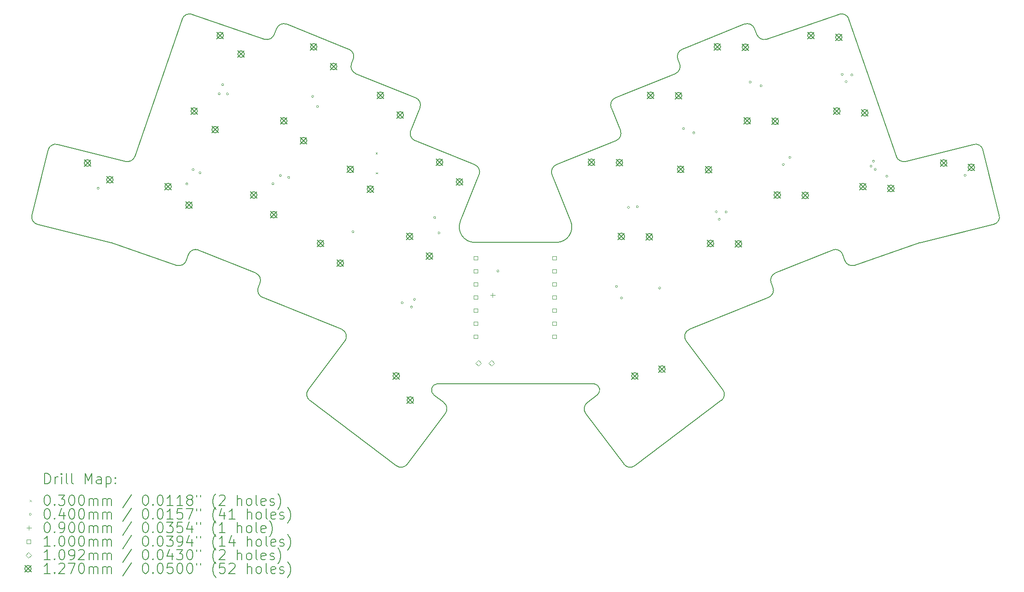
<source format=gbr>
%TF.GenerationSoftware,KiCad,Pcbnew,8.0.5*%
%TF.CreationDate,2024-09-08T16:42:37+10:00*%
%TF.ProjectId,akohekohe_min_choc,616b6f68-656b-46f6-9865-5f6d696e5f63,0.1*%
%TF.SameCoordinates,Original*%
%TF.FileFunction,Drillmap*%
%TF.FilePolarity,Positive*%
%FSLAX45Y45*%
G04 Gerber Fmt 4.5, Leading zero omitted, Abs format (unit mm)*
G04 Created by KiCad (PCBNEW 8.0.5) date 2024-09-08 16:42:37*
%MOMM*%
%LPD*%
G01*
G04 APERTURE LIST*
%ADD10C,0.150000*%
%ADD11C,0.200000*%
%ADD12C,0.100000*%
%ADD13C,0.109220*%
%ADD14C,0.127000*%
G04 APERTURE END LIST*
D10*
X6844252Y-11205890D02*
G75*
G02*
X6734996Y-11024056I36298J145550D01*
G01*
X15314088Y-11554746D02*
G75*
G02*
X15035932Y-11142362I-8J299996D01*
G01*
X23657910Y-9982711D02*
G75*
G02*
X23479787Y-9886003I-36290J145551D01*
G01*
X8730168Y-9886000D02*
G75*
G02*
X8552053Y-9982713I-141828J48830D01*
G01*
X11476505Y-7405760D02*
X11427370Y-7527372D01*
X17957987Y-8945055D02*
G75*
G02*
X18040876Y-8749788I139063J56195D01*
G01*
X17626609Y-14295839D02*
G75*
G02*
X17683841Y-14517136I-14739J-121861D01*
G01*
X19410423Y-13469216D02*
X20120660Y-14411733D01*
X13010108Y-8281528D02*
X14169089Y-8749784D01*
X19410423Y-13469217D02*
G75*
G02*
X19474029Y-13239869I119808J90267D01*
G01*
X14716616Y-14661984D02*
G75*
G02*
X14746135Y-14872050I-90296J-119796D01*
G01*
X12118820Y-14621798D02*
X13795957Y-15885612D01*
X12927224Y-8086258D02*
X12959999Y-8005130D01*
X8263753Y-11559812D02*
G75*
G02*
X8276301Y-11563526I-36383J-145958D01*
G01*
X20120660Y-14411733D02*
G75*
G02*
X20091142Y-14621804I-119790J-90277D01*
G01*
X12735932Y-13239865D02*
G75*
G02*
X12799533Y-13469213I-56192J-139075D01*
G01*
X14074036Y-9385467D02*
X14251975Y-8945054D01*
X12089299Y-14411733D02*
X12799535Y-13469215D01*
X9964010Y-11702002D02*
X11070104Y-12148894D01*
X9837663Y-7130332D02*
X11239457Y-7613006D01*
X14169089Y-8749784D02*
G75*
G02*
X14251974Y-8945053I-56189J-139076D01*
G01*
X23479793Y-9886001D02*
X22562959Y-7223324D01*
X7049494Y-9762674D02*
X6734997Y-11024056D01*
X18203935Y-15856088D02*
X17463822Y-14872055D01*
X11070104Y-12148894D02*
G75*
G02*
X11152986Y-12344163I-56194J-139076D01*
G01*
X14156922Y-9580735D02*
G75*
G02*
X14074035Y-9385466I56208J139085D01*
G01*
X15035933Y-11142363D02*
X15398789Y-10244261D01*
X9646999Y-7223324D02*
G75*
G02*
X9837663Y-7130334I141831J-48846D01*
G01*
X23933660Y-11563530D02*
G75*
G02*
X23946209Y-11559812I48960J-142210D01*
G01*
X7049496Y-9762675D02*
G75*
G02*
X7231329Y-9653412I145554J-36295D01*
G01*
X22372296Y-7130331D02*
G75*
G02*
X22562952Y-7223326I48834J-141819D01*
G01*
X14006024Y-15856087D02*
X14746138Y-14872053D01*
X23933660Y-11563530D02*
X22673293Y-11997509D01*
X20538185Y-7322872D02*
X19332847Y-7809861D01*
X21089750Y-12425292D02*
G75*
G02*
X21006868Y-12620564I-139070J-56198D01*
G01*
X16894057Y-10048994D02*
X18053037Y-9580735D01*
X14716616Y-14661984D02*
X14525915Y-14517389D01*
X16895873Y-11554745D02*
X15314088Y-11554746D01*
X15315901Y-10048994D02*
G75*
G02*
X15398797Y-10244264I-56171J-139076D01*
G01*
X19249962Y-8005130D02*
X19282738Y-8086259D01*
X24978635Y-9653417D02*
X23657910Y-9982711D01*
X25160466Y-9762673D02*
X25474965Y-11024059D01*
X16811172Y-10244261D02*
G75*
G02*
X16894059Y-10048998I139068J56191D01*
G01*
X25474965Y-11024059D02*
G75*
G02*
X25365708Y-11205896I-145545J-36291D01*
G01*
X9727330Y-11904512D02*
X9765988Y-11792245D01*
X8276301Y-11563526D02*
X9536667Y-11997509D01*
X22673293Y-11997509D02*
G75*
G02*
X22482625Y-11904518I-48843J141820D01*
G01*
X11476505Y-7405760D02*
G75*
G02*
X11671771Y-7322876I139075J-56190D01*
G01*
X12118821Y-14621798D02*
G75*
G02*
X12089298Y-14411732I90299J119798D01*
G01*
X14526117Y-14517141D02*
G75*
G02*
X14583352Y-14295842I71993J99431D01*
G01*
X17626609Y-14295839D02*
X14583352Y-14295838D01*
X11203097Y-12620560D02*
G75*
G02*
X11120219Y-12425295I56213J139080D01*
G01*
X17957987Y-8945055D02*
X18135926Y-9385468D01*
X22482630Y-11904516D02*
X22443972Y-11792244D01*
X24978635Y-9653417D02*
G75*
G02*
X25160463Y-9762674I36285J-145543D01*
G01*
X25365707Y-11205892D02*
X23946207Y-11559813D01*
X16811172Y-10244261D02*
X17174028Y-11142364D01*
X6844252Y-11205890D02*
X8263753Y-11559812D01*
X8730167Y-9886002D02*
X9647003Y-7223322D01*
X13010108Y-8281528D02*
G75*
G02*
X12927224Y-8086258I56172J139068D01*
G01*
X12877113Y-7809861D02*
G75*
G02*
X12960005Y-8005132I-56183J-139079D01*
G01*
X9727330Y-11904513D02*
G75*
G02*
X9536669Y-11997504I-141830J48843D01*
G01*
X11152990Y-12344165D02*
X11120210Y-12425292D01*
X18414004Y-15885613D02*
G75*
G02*
X18203933Y-15856089I-90274J119793D01*
G01*
X7231328Y-9653416D02*
X8552053Y-9982710D01*
X11427370Y-7527372D02*
G75*
G02*
X11239455Y-7613010I-139080J56192D01*
G01*
X14156922Y-9580735D02*
X15315901Y-10048994D01*
X11203097Y-12620560D02*
X12735931Y-13239864D01*
X12877113Y-7809860D02*
X11671773Y-7322872D01*
X20733456Y-7405760D02*
X20782591Y-7527372D01*
X22245954Y-11702006D02*
X21139861Y-12148894D01*
X22372296Y-7130331D02*
X20970505Y-7613007D01*
X21056972Y-12344163D02*
G75*
G02*
X21139862Y-12148898I139088J56183D01*
G01*
X18040875Y-8749786D02*
X19199852Y-8281525D01*
X9765988Y-11792245D02*
G75*
G02*
X9964009Y-11702004I141832J-48845D01*
G01*
X19474027Y-13239865D02*
X21006866Y-12620560D01*
X19282738Y-8086259D02*
G75*
G02*
X19199853Y-8281527I-139078J-56191D01*
G01*
X20538185Y-7322872D02*
G75*
G02*
X20733455Y-7405762I56195J-139068D01*
G01*
X17463822Y-14872055D02*
G75*
G02*
X17493347Y-14661988I119838J90265D01*
G01*
X22245954Y-11702006D02*
G75*
G02*
X22443969Y-11792245I56186J-139084D01*
G01*
X17174028Y-11142364D02*
G75*
G02*
X16895873Y-11554745I-278148J-112386D01*
G01*
X21089750Y-12425292D02*
X21056972Y-12344163D01*
X19249962Y-8005129D02*
G75*
G02*
X19332848Y-7809863I139078J56189D01*
G01*
X18135926Y-9385467D02*
G75*
G02*
X18053038Y-9580738I-139076J-56193D01*
G01*
X20970505Y-7613007D02*
G75*
G02*
X20782587Y-7527374I-48845J141817D01*
G01*
X14006024Y-15856087D02*
G75*
G02*
X13795959Y-15885611I-119794J90267D01*
G01*
X17493344Y-14661984D02*
X17684045Y-14517388D01*
X20091139Y-14621799D02*
X18414004Y-15885613D01*
D11*
D12*
X13394889Y-9810318D02*
X13424889Y-9840318D01*
X13424889Y-9810318D02*
X13394889Y-9840318D01*
X13402764Y-10193952D02*
X13432764Y-10223952D01*
X13432764Y-10193952D02*
X13402764Y-10223952D01*
X8037162Y-10503987D02*
G75*
G02*
X7997162Y-10503987I-20000J0D01*
G01*
X7997162Y-10503987D02*
G75*
G02*
X8037162Y-10503987I20000J0D01*
G01*
X9758446Y-10418753D02*
G75*
G02*
X9718446Y-10418753I-20000J0D01*
G01*
X9718446Y-10418753D02*
G75*
G02*
X9758446Y-10418753I20000J0D01*
G01*
X9878190Y-10142466D02*
G75*
G02*
X9838190Y-10142466I-20000J0D01*
G01*
X9838190Y-10142466D02*
G75*
G02*
X9878190Y-10142466I20000J0D01*
G01*
X10012366Y-10205435D02*
G75*
G02*
X9972366Y-10205435I-20000J0D01*
G01*
X9972366Y-10205435D02*
G75*
G02*
X10012366Y-10205435I20000J0D01*
G01*
X10384257Y-8672738D02*
G75*
G02*
X10344257Y-8672738I-20000J0D01*
G01*
X10344257Y-8672738D02*
G75*
G02*
X10384257Y-8672738I20000J0D01*
G01*
X10449837Y-8495626D02*
G75*
G02*
X10409837Y-8495626I-20000J0D01*
G01*
X10409837Y-8495626D02*
G75*
G02*
X10449837Y-8495626I20000J0D01*
G01*
X10542304Y-8674278D02*
G75*
G02*
X10502304Y-8674278I-20000J0D01*
G01*
X10502304Y-8674278D02*
G75*
G02*
X10542304Y-8674278I20000J0D01*
G01*
X11424472Y-10416327D02*
G75*
G02*
X11384472Y-10416327I-20000J0D01*
G01*
X11384472Y-10416327D02*
G75*
G02*
X11424472Y-10416327I20000J0D01*
G01*
X11567782Y-10255825D02*
G75*
G02*
X11527782Y-10255825I-20000J0D01*
G01*
X11527782Y-10255825D02*
G75*
G02*
X11567782Y-10255825I20000J0D01*
G01*
X11729902Y-10294362D02*
G75*
G02*
X11689902Y-10294362I-20000J0D01*
G01*
X11689902Y-10294362D02*
G75*
G02*
X11729902Y-10294362I20000J0D01*
G01*
X12193114Y-8723982D02*
G75*
G02*
X12153114Y-8723982I-20000J0D01*
G01*
X12153114Y-8723982D02*
G75*
G02*
X12193114Y-8723982I20000J0D01*
G01*
X12286945Y-8919659D02*
G75*
G02*
X12246945Y-8919659I-20000J0D01*
G01*
X12246945Y-8919659D02*
G75*
G02*
X12286945Y-8919659I20000J0D01*
G01*
X12975987Y-11347867D02*
G75*
G02*
X12935987Y-11347867I-20000J0D01*
G01*
X12935987Y-11347867D02*
G75*
G02*
X12975987Y-11347867I20000J0D01*
G01*
X13929406Y-12725325D02*
G75*
G02*
X13889406Y-12725325I-20000J0D01*
G01*
X13889406Y-12725325D02*
G75*
G02*
X13929406Y-12725325I20000J0D01*
G01*
X14109862Y-12806732D02*
G75*
G02*
X14069862Y-12806732I-20000J0D01*
G01*
X14069862Y-12806732D02*
G75*
G02*
X14109862Y-12806732I20000J0D01*
G01*
X14166721Y-12659297D02*
G75*
G02*
X14126721Y-12659297I-20000J0D01*
G01*
X14126721Y-12659297D02*
G75*
G02*
X14166721Y-12659297I20000J0D01*
G01*
X14557712Y-11073726D02*
G75*
G02*
X14517712Y-11073726I-20000J0D01*
G01*
X14517712Y-11073726D02*
G75*
G02*
X14557712Y-11073726I20000J0D01*
G01*
X14640571Y-11369578D02*
G75*
G02*
X14600571Y-11369578I-20000J0D01*
G01*
X14600571Y-11369578D02*
G75*
G02*
X14640571Y-11369578I20000J0D01*
G01*
X15782118Y-12110060D02*
G75*
G02*
X15742118Y-12110060I-20000J0D01*
G01*
X15742118Y-12110060D02*
G75*
G02*
X15782118Y-12110060I20000J0D01*
G01*
X18078931Y-12410679D02*
G75*
G02*
X18038931Y-12410679I-20000J0D01*
G01*
X18038931Y-12410679D02*
G75*
G02*
X18078931Y-12410679I20000J0D01*
G01*
X18177708Y-12632580D02*
G75*
G02*
X18137708Y-12632580I-20000J0D01*
G01*
X18137708Y-12632580D02*
G75*
G02*
X18177708Y-12632580I20000J0D01*
G01*
X18312867Y-10875217D02*
G75*
G02*
X18272867Y-10875217I-20000J0D01*
G01*
X18272867Y-10875217D02*
G75*
G02*
X18312867Y-10875217I20000J0D01*
G01*
X18484331Y-10861259D02*
G75*
G02*
X18444331Y-10861259I-20000J0D01*
G01*
X18444331Y-10861259D02*
G75*
G02*
X18484331Y-10861259I20000J0D01*
G01*
X18915399Y-12439538D02*
G75*
G02*
X18875399Y-12439538I-20000J0D01*
G01*
X18875399Y-12439538D02*
G75*
G02*
X18915399Y-12439538I20000J0D01*
G01*
X19375903Y-9347063D02*
G75*
G02*
X19335903Y-9347063I-20000J0D01*
G01*
X19335903Y-9347063D02*
G75*
G02*
X19375903Y-9347063I20000J0D01*
G01*
X19578598Y-9428603D02*
G75*
G02*
X19538598Y-9428603I-20000J0D01*
G01*
X19538598Y-9428603D02*
G75*
G02*
X19578598Y-9428603I20000J0D01*
G01*
X20012118Y-10960513D02*
G75*
G02*
X19972118Y-10960513I-20000J0D01*
G01*
X19972118Y-10960513D02*
G75*
G02*
X20012118Y-10960513I20000J0D01*
G01*
X20070884Y-11105960D02*
G75*
G02*
X20030884Y-11105960I-20000J0D01*
G01*
X20030884Y-11105960D02*
G75*
G02*
X20070884Y-11105960I20000J0D01*
G01*
X20203201Y-10965518D02*
G75*
G02*
X20163201Y-10965518I-20000J0D01*
G01*
X20163201Y-10965518D02*
G75*
G02*
X20203201Y-10965518I20000J0D01*
G01*
X20668846Y-8445914D02*
G75*
G02*
X20628846Y-8445914I-20000J0D01*
G01*
X20628846Y-8445914D02*
G75*
G02*
X20668846Y-8445914I20000J0D01*
G01*
X20880976Y-8517820D02*
G75*
G02*
X20840976Y-8517820I-20000J0D01*
G01*
X20840976Y-8517820D02*
G75*
G02*
X20880976Y-8517820I20000J0D01*
G01*
X21311460Y-10043952D02*
G75*
G02*
X21271460Y-10043952I-20000J0D01*
G01*
X21271460Y-10043952D02*
G75*
G02*
X21311460Y-10043952I20000J0D01*
G01*
X21439455Y-9904929D02*
G75*
G02*
X21399455Y-9904929I-20000J0D01*
G01*
X21399455Y-9904929D02*
G75*
G02*
X21439455Y-9904929I20000J0D01*
G01*
X22452612Y-8295902D02*
G75*
G02*
X22412612Y-8295902I-20000J0D01*
G01*
X22412612Y-8295902D02*
G75*
G02*
X22452612Y-8295902I20000J0D01*
G01*
X22527511Y-8436615D02*
G75*
G02*
X22487511Y-8436615I-20000J0D01*
G01*
X22487511Y-8436615D02*
G75*
G02*
X22527511Y-8436615I20000J0D01*
G01*
X22638969Y-8307451D02*
G75*
G02*
X22598969Y-8307451I-20000J0D01*
G01*
X22598969Y-8307451D02*
G75*
G02*
X22638969Y-8307451I20000J0D01*
G01*
X23011378Y-10075457D02*
G75*
G02*
X22971378Y-10075457I-20000J0D01*
G01*
X22971378Y-10075457D02*
G75*
G02*
X23011378Y-10075457I20000J0D01*
G01*
X23058793Y-9979565D02*
G75*
G02*
X23018793Y-9979565I-20000J0D01*
G01*
X23018793Y-9979565D02*
G75*
G02*
X23058793Y-9979565I20000J0D01*
G01*
X23090657Y-10137813D02*
G75*
G02*
X23050657Y-10137813I-20000J0D01*
G01*
X23050657Y-10137813D02*
G75*
G02*
X23090657Y-10137813I20000J0D01*
G01*
X23316832Y-10271459D02*
G75*
G02*
X23276832Y-10271459I-20000J0D01*
G01*
X23276832Y-10271459D02*
G75*
G02*
X23316832Y-10271459I20000J0D01*
G01*
X24832983Y-10254377D02*
G75*
G02*
X24792983Y-10254377I-20000J0D01*
G01*
X24792983Y-10254377D02*
G75*
G02*
X24832983Y-10254377I20000J0D01*
G01*
X15660823Y-12532472D02*
X15660823Y-12622472D01*
X15615823Y-12577472D02*
X15705823Y-12577472D01*
X15368276Y-13416929D02*
X15368276Y-13346218D01*
X15297564Y-13346218D01*
X15297564Y-13416929D01*
X15368276Y-13416929D01*
X15368276Y-12146932D02*
X15368276Y-12076221D01*
X15297564Y-12076221D01*
X15297564Y-12146932D01*
X15368276Y-12146932D01*
X15368277Y-12400932D02*
X15368277Y-12330221D01*
X15297565Y-12330221D01*
X15297565Y-12400932D01*
X15368277Y-12400932D01*
X15368278Y-13162931D02*
X15368278Y-13092220D01*
X15297566Y-13092220D01*
X15297566Y-13162931D01*
X15368278Y-13162931D01*
X15368278Y-12654929D02*
X15368278Y-12584218D01*
X15297566Y-12584218D01*
X15297566Y-12654929D01*
X15368278Y-12654929D01*
X15368279Y-12908930D02*
X15368279Y-12838219D01*
X15297568Y-12838219D01*
X15297568Y-12908930D01*
X15368279Y-12908930D01*
X15368279Y-11892930D02*
X15368279Y-11822218D01*
X15297568Y-11822218D01*
X15297568Y-11892930D01*
X15368279Y-11892930D01*
X16892275Y-13416933D02*
X16892275Y-13346221D01*
X16821564Y-13346221D01*
X16821564Y-13416933D01*
X16892275Y-13416933D01*
X16892275Y-12400932D02*
X16892275Y-12330221D01*
X16821564Y-12330221D01*
X16821564Y-12400932D01*
X16892275Y-12400932D01*
X16892277Y-12654933D02*
X16892277Y-12584222D01*
X16821565Y-12584222D01*
X16821565Y-12654933D01*
X16892277Y-12654933D01*
X16892277Y-12146932D02*
X16892277Y-12076220D01*
X16821565Y-12076220D01*
X16821565Y-12146932D01*
X16892277Y-12146932D01*
X16892278Y-12908930D02*
X16892278Y-12838219D01*
X16821566Y-12838219D01*
X16821566Y-12908930D01*
X16892278Y-12908930D01*
X16892279Y-13162931D02*
X16892279Y-13092219D01*
X16821567Y-13092219D01*
X16821567Y-13162931D01*
X16892279Y-13162931D01*
X16892279Y-11892934D02*
X16892279Y-11822222D01*
X16821567Y-11822222D01*
X16821567Y-11892934D01*
X16892279Y-11892934D01*
D13*
X15386271Y-13949823D02*
X15440881Y-13895213D01*
X15386271Y-13840603D01*
X15331661Y-13895213D01*
X15386271Y-13949823D01*
X15640271Y-13949823D02*
X15694881Y-13895213D01*
X15640271Y-13840603D01*
X15585661Y-13895213D01*
X15640271Y-13949823D01*
D14*
X7747716Y-9950929D02*
X7874716Y-10077929D01*
X7874716Y-9950929D02*
X7747716Y-10077929D01*
X7874716Y-10014429D02*
G75*
G02*
X7747716Y-10014429I-63500J0D01*
G01*
X7747716Y-10014429D02*
G75*
G02*
X7874716Y-10014429I63500J0D01*
G01*
X8182060Y-10275652D02*
X8309060Y-10402652D01*
X8309060Y-10275652D02*
X8182060Y-10402652D01*
X8309060Y-10339152D02*
G75*
G02*
X8182060Y-10339152I-63500J0D01*
G01*
X8182060Y-10339152D02*
G75*
G02*
X8309060Y-10339152I63500J0D01*
G01*
X9311121Y-10408118D02*
X9438121Y-10535118D01*
X9438121Y-10408118D02*
X9311121Y-10535118D01*
X9438121Y-10471618D02*
G75*
G02*
X9311121Y-10471618I-63500J0D01*
G01*
X9311121Y-10471618D02*
G75*
G02*
X9438121Y-10471618I63500J0D01*
G01*
X9715512Y-10769460D02*
X9842512Y-10896460D01*
X9842512Y-10769460D02*
X9715512Y-10896460D01*
X9842512Y-10832960D02*
G75*
G02*
X9715512Y-10832960I-63500J0D01*
G01*
X9715512Y-10832960D02*
G75*
G02*
X9842512Y-10832960I63500J0D01*
G01*
X9815752Y-8942563D02*
X9942752Y-9069563D01*
X9942752Y-8942563D02*
X9815752Y-9069563D01*
X9942752Y-9006063D02*
G75*
G02*
X9815752Y-9006063I-63500J0D01*
G01*
X9815752Y-9006063D02*
G75*
G02*
X9942752Y-9006063I63500J0D01*
G01*
X10220142Y-9303906D02*
X10347142Y-9430906D01*
X10347142Y-9303906D02*
X10220142Y-9430906D01*
X10347142Y-9367406D02*
G75*
G02*
X10220142Y-9367406I-63500J0D01*
G01*
X10220142Y-9367406D02*
G75*
G02*
X10347142Y-9367406I63500J0D01*
G01*
X10320381Y-7477010D02*
X10447381Y-7604010D01*
X10447381Y-7477010D02*
X10320381Y-7604010D01*
X10447381Y-7540510D02*
G75*
G02*
X10320381Y-7540510I-63500J0D01*
G01*
X10320381Y-7540510D02*
G75*
G02*
X10447381Y-7540510I63500J0D01*
G01*
X10724771Y-7838352D02*
X10851771Y-7965352D01*
X10851771Y-7838352D02*
X10724771Y-7965352D01*
X10851771Y-7901852D02*
G75*
G02*
X10724771Y-7901852I-63500J0D01*
G01*
X10724771Y-7901852D02*
G75*
G02*
X10851771Y-7901852I63500J0D01*
G01*
X10970997Y-10571846D02*
X11097997Y-10698846D01*
X11097997Y-10571846D02*
X10970997Y-10698846D01*
X11097997Y-10635346D02*
G75*
G02*
X10970997Y-10635346I-63500J0D01*
G01*
X10970997Y-10635346D02*
G75*
G02*
X11097997Y-10635346I63500J0D01*
G01*
X11355922Y-10953858D02*
X11482922Y-11080858D01*
X11482922Y-10953858D02*
X11355922Y-11080858D01*
X11482922Y-11017358D02*
G75*
G02*
X11355922Y-11017358I-63500J0D01*
G01*
X11355922Y-11017358D02*
G75*
G02*
X11482922Y-11017358I63500J0D01*
G01*
X11551635Y-9134710D02*
X11678635Y-9261710D01*
X11678635Y-9134710D02*
X11551635Y-9261710D01*
X11678635Y-9198210D02*
G75*
G02*
X11551635Y-9198210I-63500J0D01*
G01*
X11551635Y-9198210D02*
G75*
G02*
X11678635Y-9198210I63500J0D01*
G01*
X11936560Y-9516721D02*
X12063560Y-9643721D01*
X12063560Y-9516721D02*
X11936560Y-9643721D01*
X12063560Y-9580221D02*
G75*
G02*
X11936560Y-9580221I-63500J0D01*
G01*
X11936560Y-9580221D02*
G75*
G02*
X12063560Y-9580221I63500J0D01*
G01*
X12132276Y-7697575D02*
X12259276Y-7824575D01*
X12259276Y-7697575D02*
X12132276Y-7824575D01*
X12259276Y-7761075D02*
G75*
G02*
X12132276Y-7761075I-63500J0D01*
G01*
X12132276Y-7761075D02*
G75*
G02*
X12259276Y-7761075I63500J0D01*
G01*
X12262970Y-11511771D02*
X12389970Y-11638771D01*
X12389970Y-11511771D02*
X12262970Y-11638771D01*
X12389970Y-11575271D02*
G75*
G02*
X12262970Y-11575271I-63500J0D01*
G01*
X12262970Y-11575271D02*
G75*
G02*
X12389970Y-11575271I63500J0D01*
G01*
X12517200Y-8079586D02*
X12644200Y-8206586D01*
X12644200Y-8079586D02*
X12517200Y-8206586D01*
X12644200Y-8143086D02*
G75*
G02*
X12517200Y-8143086I-63500J0D01*
G01*
X12517200Y-8143086D02*
G75*
G02*
X12644200Y-8143086I63500J0D01*
G01*
X12647894Y-11893782D02*
X12774894Y-12020782D01*
X12774894Y-11893782D02*
X12647894Y-12020782D01*
X12774894Y-11957282D02*
G75*
G02*
X12647894Y-11957282I-63500J0D01*
G01*
X12647894Y-11957282D02*
G75*
G02*
X12774894Y-11957282I63500J0D01*
G01*
X12843611Y-10074634D02*
X12970611Y-10201634D01*
X12970611Y-10074634D02*
X12843611Y-10201634D01*
X12970611Y-10138134D02*
G75*
G02*
X12843611Y-10138134I-63500J0D01*
G01*
X12843611Y-10138134D02*
G75*
G02*
X12970611Y-10138134I63500J0D01*
G01*
X13228536Y-10456646D02*
X13355536Y-10583646D01*
X13355536Y-10456646D02*
X13228536Y-10583646D01*
X13355536Y-10520146D02*
G75*
G02*
X13228536Y-10520146I-63500J0D01*
G01*
X13228536Y-10520146D02*
G75*
G02*
X13355536Y-10520146I63500J0D01*
G01*
X13424251Y-8637498D02*
X13551251Y-8764498D01*
X13551251Y-8637498D02*
X13424251Y-8764498D01*
X13551251Y-8700998D02*
G75*
G02*
X13424251Y-8700998I-63500J0D01*
G01*
X13424251Y-8700998D02*
G75*
G02*
X13551251Y-8700998I63500J0D01*
G01*
X13730413Y-14080103D02*
X13857413Y-14207103D01*
X13857413Y-14080103D02*
X13730413Y-14207103D01*
X13857413Y-14143603D02*
G75*
G02*
X13730413Y-14143603I-63500J0D01*
G01*
X13730413Y-14143603D02*
G75*
G02*
X13857413Y-14143603I63500J0D01*
G01*
X13809176Y-9019509D02*
X13936176Y-9146509D01*
X13936176Y-9019509D02*
X13809176Y-9146509D01*
X13936176Y-9083009D02*
G75*
G02*
X13809176Y-9083009I-63500J0D01*
G01*
X13809176Y-9083009D02*
G75*
G02*
X13936176Y-9083009I63500J0D01*
G01*
X13990426Y-11373843D02*
X14117426Y-11500843D01*
X14117426Y-11373843D02*
X13990426Y-11500843D01*
X14117426Y-11437343D02*
G75*
G02*
X13990426Y-11437343I-63500J0D01*
G01*
X13990426Y-11437343D02*
G75*
G02*
X14117426Y-11437343I63500J0D01*
G01*
X14003349Y-14548723D02*
X14130349Y-14675723D01*
X14130349Y-14548723D02*
X14003349Y-14675723D01*
X14130349Y-14612223D02*
G75*
G02*
X14003349Y-14612223I-63500J0D01*
G01*
X14003349Y-14612223D02*
G75*
G02*
X14130349Y-14612223I63500J0D01*
G01*
X14375351Y-11755855D02*
X14502351Y-11882855D01*
X14502351Y-11755855D02*
X14375351Y-11882855D01*
X14502351Y-11819355D02*
G75*
G02*
X14375351Y-11819355I-63500J0D01*
G01*
X14375351Y-11819355D02*
G75*
G02*
X14502351Y-11819355I63500J0D01*
G01*
X14571065Y-9936707D02*
X14698065Y-10063707D01*
X14698065Y-9936707D02*
X14571065Y-10063707D01*
X14698065Y-10000207D02*
G75*
G02*
X14571065Y-10000207I-63500J0D01*
G01*
X14571065Y-10000207D02*
G75*
G02*
X14698065Y-10000207I63500J0D01*
G01*
X14955990Y-10318718D02*
X15082990Y-10445718D01*
X15082990Y-10318718D02*
X14955990Y-10445718D01*
X15082990Y-10382218D02*
G75*
G02*
X14955990Y-10382218I-63500J0D01*
G01*
X14955990Y-10382218D02*
G75*
G02*
X15082990Y-10382218I63500J0D01*
G01*
X17511893Y-9936707D02*
X17638893Y-10063707D01*
X17638893Y-9936707D02*
X17511893Y-10063707D01*
X17638893Y-10000207D02*
G75*
G02*
X17511893Y-10000207I-63500J0D01*
G01*
X17511893Y-10000207D02*
G75*
G02*
X17638893Y-10000207I63500J0D01*
G01*
X18054152Y-9944112D02*
X18181152Y-10071112D01*
X18181152Y-9944112D02*
X18054152Y-10071112D01*
X18181152Y-10007612D02*
G75*
G02*
X18054152Y-10007612I-63500J0D01*
G01*
X18054152Y-10007612D02*
G75*
G02*
X18181152Y-10007612I63500J0D01*
G01*
X18092533Y-11373841D02*
X18219533Y-11500841D01*
X18219533Y-11373841D02*
X18092533Y-11500841D01*
X18219533Y-11437341D02*
G75*
G02*
X18092533Y-11437341I-63500J0D01*
G01*
X18092533Y-11437341D02*
G75*
G02*
X18219533Y-11437341I63500J0D01*
G01*
X18352548Y-14080103D02*
X18479548Y-14207103D01*
X18479548Y-14080103D02*
X18352548Y-14207103D01*
X18479548Y-14143603D02*
G75*
G02*
X18352548Y-14143603I-63500J0D01*
G01*
X18352548Y-14143603D02*
G75*
G02*
X18479548Y-14143603I63500J0D01*
G01*
X18634792Y-11381246D02*
X18761792Y-11508246D01*
X18761792Y-11381246D02*
X18634792Y-11508246D01*
X18761792Y-11444746D02*
G75*
G02*
X18634792Y-11444746I-63500J0D01*
G01*
X18634792Y-11444746D02*
G75*
G02*
X18761792Y-11444746I63500J0D01*
G01*
X18658708Y-8637500D02*
X18785708Y-8764500D01*
X18785708Y-8637500D02*
X18658708Y-8764500D01*
X18785708Y-8701000D02*
G75*
G02*
X18658708Y-8701000I-63500J0D01*
G01*
X18658708Y-8701000D02*
G75*
G02*
X18785708Y-8701000I63500J0D01*
G01*
X18878247Y-13946909D02*
X19005247Y-14073909D01*
X19005247Y-13946909D02*
X18878247Y-14073909D01*
X19005247Y-14010409D02*
G75*
G02*
X18878247Y-14010409I-63500J0D01*
G01*
X18878247Y-14010409D02*
G75*
G02*
X19005247Y-14010409I63500J0D01*
G01*
X19200967Y-8644905D02*
X19327967Y-8771905D01*
X19327967Y-8644905D02*
X19200967Y-8771905D01*
X19327967Y-8708405D02*
G75*
G02*
X19200967Y-8708405I-63500J0D01*
G01*
X19200967Y-8708405D02*
G75*
G02*
X19327967Y-8708405I63500J0D01*
G01*
X19239349Y-10074634D02*
X19366349Y-10201634D01*
X19366349Y-10074634D02*
X19239349Y-10201634D01*
X19366349Y-10138134D02*
G75*
G02*
X19239349Y-10138134I-63500J0D01*
G01*
X19239349Y-10138134D02*
G75*
G02*
X19366349Y-10138134I63500J0D01*
G01*
X19781608Y-10082039D02*
X19908608Y-10209039D01*
X19908608Y-10082039D02*
X19781608Y-10209039D01*
X19908608Y-10145539D02*
G75*
G02*
X19781608Y-10145539I-63500J0D01*
G01*
X19781608Y-10145539D02*
G75*
G02*
X19908608Y-10145539I63500J0D01*
G01*
X19819990Y-11511769D02*
X19946990Y-11638769D01*
X19946990Y-11511769D02*
X19819990Y-11638769D01*
X19946990Y-11575269D02*
G75*
G02*
X19819990Y-11575269I-63500J0D01*
G01*
X19819990Y-11575269D02*
G75*
G02*
X19946990Y-11575269I63500J0D01*
G01*
X19950685Y-7697576D02*
X20077685Y-7824576D01*
X20077685Y-7697576D02*
X19950685Y-7824576D01*
X20077685Y-7761076D02*
G75*
G02*
X19950685Y-7761076I-63500J0D01*
G01*
X19950685Y-7761076D02*
G75*
G02*
X20077685Y-7761076I63500J0D01*
G01*
X20362249Y-11519174D02*
X20489249Y-11646174D01*
X20489249Y-11519174D02*
X20362249Y-11646174D01*
X20489249Y-11582674D02*
G75*
G02*
X20362249Y-11582674I-63500J0D01*
G01*
X20362249Y-11582674D02*
G75*
G02*
X20489249Y-11582674I63500J0D01*
G01*
X20492944Y-7704981D02*
X20619944Y-7831981D01*
X20619944Y-7704981D02*
X20492944Y-7831981D01*
X20619944Y-7768481D02*
G75*
G02*
X20492944Y-7768481I-63500J0D01*
G01*
X20492944Y-7768481D02*
G75*
G02*
X20619944Y-7768481I63500J0D01*
G01*
X20531326Y-9134711D02*
X20658326Y-9261711D01*
X20658326Y-9134711D02*
X20531326Y-9261711D01*
X20658326Y-9198211D02*
G75*
G02*
X20531326Y-9198211I-63500J0D01*
G01*
X20531326Y-9198211D02*
G75*
G02*
X20658326Y-9198211I63500J0D01*
G01*
X21073585Y-9142116D02*
X21200585Y-9269116D01*
X21200585Y-9142116D02*
X21073585Y-9269116D01*
X21200585Y-9205616D02*
G75*
G02*
X21073585Y-9205616I-63500J0D01*
G01*
X21073585Y-9205616D02*
G75*
G02*
X21200585Y-9205616I63500J0D01*
G01*
X21111965Y-10571845D02*
X21238965Y-10698845D01*
X21238965Y-10571845D02*
X21111965Y-10698845D01*
X21238965Y-10635345D02*
G75*
G02*
X21111965Y-10635345I-63500J0D01*
G01*
X21111965Y-10635345D02*
G75*
G02*
X21238965Y-10635345I63500J0D01*
G01*
X21654224Y-10579250D02*
X21781224Y-10706250D01*
X21781224Y-10579250D02*
X21654224Y-10706250D01*
X21781224Y-10642750D02*
G75*
G02*
X21654224Y-10642750I-63500J0D01*
G01*
X21654224Y-10642750D02*
G75*
G02*
X21781224Y-10642750I63500J0D01*
G01*
X21762580Y-7477010D02*
X21889580Y-7604010D01*
X21889580Y-7477010D02*
X21762580Y-7604010D01*
X21889580Y-7540510D02*
G75*
G02*
X21762580Y-7540510I-63500J0D01*
G01*
X21762580Y-7540510D02*
G75*
G02*
X21889580Y-7540510I63500J0D01*
G01*
X22267210Y-8942563D02*
X22394210Y-9069563D01*
X22394210Y-8942563D02*
X22267210Y-9069563D01*
X22394210Y-9006063D02*
G75*
G02*
X22267210Y-9006063I-63500J0D01*
G01*
X22267210Y-9006063D02*
G75*
G02*
X22394210Y-9006063I63500J0D01*
G01*
X22303708Y-7512784D02*
X22430708Y-7639784D01*
X22430708Y-7512784D02*
X22303708Y-7639784D01*
X22430708Y-7576284D02*
G75*
G02*
X22303708Y-7576284I-63500J0D01*
G01*
X22303708Y-7576284D02*
G75*
G02*
X22430708Y-7576284I63500J0D01*
G01*
X22771841Y-10408117D02*
X22898841Y-10535117D01*
X22898841Y-10408117D02*
X22771841Y-10535117D01*
X22898841Y-10471617D02*
G75*
G02*
X22771841Y-10471617I-63500J0D01*
G01*
X22771841Y-10471617D02*
G75*
G02*
X22898841Y-10471617I63500J0D01*
G01*
X22808338Y-8978337D02*
X22935338Y-9105337D01*
X22935338Y-8978337D02*
X22808338Y-9105337D01*
X22935338Y-9041837D02*
G75*
G02*
X22808338Y-9041837I-63500J0D01*
G01*
X22808338Y-9041837D02*
G75*
G02*
X22935338Y-9041837I63500J0D01*
G01*
X23312970Y-10443891D02*
X23439970Y-10570891D01*
X23439970Y-10443891D02*
X23312970Y-10570891D01*
X23439970Y-10507391D02*
G75*
G02*
X23312970Y-10507391I-63500J0D01*
G01*
X23312970Y-10507391D02*
G75*
G02*
X23439970Y-10507391I63500J0D01*
G01*
X24335245Y-9950931D02*
X24462245Y-10077931D01*
X24462245Y-9950931D02*
X24335245Y-10077931D01*
X24462245Y-10014431D02*
G75*
G02*
X24335245Y-10014431I-63500J0D01*
G01*
X24335245Y-10014431D02*
G75*
G02*
X24462245Y-10014431I63500J0D01*
G01*
X24871196Y-10033732D02*
X24998196Y-10160732D01*
X24998196Y-10033732D02*
X24871196Y-10160732D01*
X24998196Y-10097232D02*
G75*
G02*
X24871196Y-10097232I-63500J0D01*
G01*
X24871196Y-10097232D02*
G75*
G02*
X24998196Y-10097232I63500J0D01*
G01*
D11*
X6983819Y-16234803D02*
X6983819Y-16034803D01*
X6983819Y-16034803D02*
X7031438Y-16034803D01*
X7031438Y-16034803D02*
X7060009Y-16044327D01*
X7060009Y-16044327D02*
X7079057Y-16063375D01*
X7079057Y-16063375D02*
X7088581Y-16082422D01*
X7088581Y-16082422D02*
X7098104Y-16120517D01*
X7098104Y-16120517D02*
X7098104Y-16149089D01*
X7098104Y-16149089D02*
X7088581Y-16187184D01*
X7088581Y-16187184D02*
X7079057Y-16206232D01*
X7079057Y-16206232D02*
X7060009Y-16225279D01*
X7060009Y-16225279D02*
X7031438Y-16234803D01*
X7031438Y-16234803D02*
X6983819Y-16234803D01*
X7183819Y-16234803D02*
X7183819Y-16101470D01*
X7183819Y-16139565D02*
X7193342Y-16120517D01*
X7193342Y-16120517D02*
X7202866Y-16110994D01*
X7202866Y-16110994D02*
X7221914Y-16101470D01*
X7221914Y-16101470D02*
X7240962Y-16101470D01*
X7307628Y-16234803D02*
X7307628Y-16101470D01*
X7307628Y-16034803D02*
X7298104Y-16044327D01*
X7298104Y-16044327D02*
X7307628Y-16053851D01*
X7307628Y-16053851D02*
X7317152Y-16044327D01*
X7317152Y-16044327D02*
X7307628Y-16034803D01*
X7307628Y-16034803D02*
X7307628Y-16053851D01*
X7431438Y-16234803D02*
X7412390Y-16225279D01*
X7412390Y-16225279D02*
X7402866Y-16206232D01*
X7402866Y-16206232D02*
X7402866Y-16034803D01*
X7536200Y-16234803D02*
X7517152Y-16225279D01*
X7517152Y-16225279D02*
X7507628Y-16206232D01*
X7507628Y-16206232D02*
X7507628Y-16034803D01*
X7764771Y-16234803D02*
X7764771Y-16034803D01*
X7764771Y-16034803D02*
X7831438Y-16177660D01*
X7831438Y-16177660D02*
X7898104Y-16034803D01*
X7898104Y-16034803D02*
X7898104Y-16234803D01*
X8079057Y-16234803D02*
X8079057Y-16130041D01*
X8079057Y-16130041D02*
X8069533Y-16110994D01*
X8069533Y-16110994D02*
X8050485Y-16101470D01*
X8050485Y-16101470D02*
X8012390Y-16101470D01*
X8012390Y-16101470D02*
X7993342Y-16110994D01*
X8079057Y-16225279D02*
X8060009Y-16234803D01*
X8060009Y-16234803D02*
X8012390Y-16234803D01*
X8012390Y-16234803D02*
X7993342Y-16225279D01*
X7993342Y-16225279D02*
X7983819Y-16206232D01*
X7983819Y-16206232D02*
X7983819Y-16187184D01*
X7983819Y-16187184D02*
X7993342Y-16168136D01*
X7993342Y-16168136D02*
X8012390Y-16158613D01*
X8012390Y-16158613D02*
X8060009Y-16158613D01*
X8060009Y-16158613D02*
X8079057Y-16149089D01*
X8174295Y-16101470D02*
X8174295Y-16301470D01*
X8174295Y-16110994D02*
X8193342Y-16101470D01*
X8193342Y-16101470D02*
X8231438Y-16101470D01*
X8231438Y-16101470D02*
X8250485Y-16110994D01*
X8250485Y-16110994D02*
X8260009Y-16120517D01*
X8260009Y-16120517D02*
X8269533Y-16139565D01*
X8269533Y-16139565D02*
X8269533Y-16196708D01*
X8269533Y-16196708D02*
X8260009Y-16215755D01*
X8260009Y-16215755D02*
X8250485Y-16225279D01*
X8250485Y-16225279D02*
X8231438Y-16234803D01*
X8231438Y-16234803D02*
X8193342Y-16234803D01*
X8193342Y-16234803D02*
X8174295Y-16225279D01*
X8355247Y-16215755D02*
X8364771Y-16225279D01*
X8364771Y-16225279D02*
X8355247Y-16234803D01*
X8355247Y-16234803D02*
X8345723Y-16225279D01*
X8345723Y-16225279D02*
X8355247Y-16215755D01*
X8355247Y-16215755D02*
X8355247Y-16234803D01*
X8355247Y-16110994D02*
X8364771Y-16120517D01*
X8364771Y-16120517D02*
X8355247Y-16130041D01*
X8355247Y-16130041D02*
X8345723Y-16120517D01*
X8345723Y-16120517D02*
X8355247Y-16110994D01*
X8355247Y-16110994D02*
X8355247Y-16130041D01*
D12*
X6693042Y-16548319D02*
X6723042Y-16578319D01*
X6723042Y-16548319D02*
X6693042Y-16578319D01*
D11*
X7021914Y-16454803D02*
X7040962Y-16454803D01*
X7040962Y-16454803D02*
X7060009Y-16464327D01*
X7060009Y-16464327D02*
X7069533Y-16473851D01*
X7069533Y-16473851D02*
X7079057Y-16492898D01*
X7079057Y-16492898D02*
X7088581Y-16530994D01*
X7088581Y-16530994D02*
X7088581Y-16578613D01*
X7088581Y-16578613D02*
X7079057Y-16616708D01*
X7079057Y-16616708D02*
X7069533Y-16635755D01*
X7069533Y-16635755D02*
X7060009Y-16645279D01*
X7060009Y-16645279D02*
X7040962Y-16654803D01*
X7040962Y-16654803D02*
X7021914Y-16654803D01*
X7021914Y-16654803D02*
X7002866Y-16645279D01*
X7002866Y-16645279D02*
X6993342Y-16635755D01*
X6993342Y-16635755D02*
X6983819Y-16616708D01*
X6983819Y-16616708D02*
X6974295Y-16578613D01*
X6974295Y-16578613D02*
X6974295Y-16530994D01*
X6974295Y-16530994D02*
X6983819Y-16492898D01*
X6983819Y-16492898D02*
X6993342Y-16473851D01*
X6993342Y-16473851D02*
X7002866Y-16464327D01*
X7002866Y-16464327D02*
X7021914Y-16454803D01*
X7174295Y-16635755D02*
X7183819Y-16645279D01*
X7183819Y-16645279D02*
X7174295Y-16654803D01*
X7174295Y-16654803D02*
X7164771Y-16645279D01*
X7164771Y-16645279D02*
X7174295Y-16635755D01*
X7174295Y-16635755D02*
X7174295Y-16654803D01*
X7250485Y-16454803D02*
X7374295Y-16454803D01*
X7374295Y-16454803D02*
X7307628Y-16530994D01*
X7307628Y-16530994D02*
X7336200Y-16530994D01*
X7336200Y-16530994D02*
X7355247Y-16540517D01*
X7355247Y-16540517D02*
X7364771Y-16550041D01*
X7364771Y-16550041D02*
X7374295Y-16569089D01*
X7374295Y-16569089D02*
X7374295Y-16616708D01*
X7374295Y-16616708D02*
X7364771Y-16635755D01*
X7364771Y-16635755D02*
X7355247Y-16645279D01*
X7355247Y-16645279D02*
X7336200Y-16654803D01*
X7336200Y-16654803D02*
X7279057Y-16654803D01*
X7279057Y-16654803D02*
X7260009Y-16645279D01*
X7260009Y-16645279D02*
X7250485Y-16635755D01*
X7498104Y-16454803D02*
X7517152Y-16454803D01*
X7517152Y-16454803D02*
X7536200Y-16464327D01*
X7536200Y-16464327D02*
X7545723Y-16473851D01*
X7545723Y-16473851D02*
X7555247Y-16492898D01*
X7555247Y-16492898D02*
X7564771Y-16530994D01*
X7564771Y-16530994D02*
X7564771Y-16578613D01*
X7564771Y-16578613D02*
X7555247Y-16616708D01*
X7555247Y-16616708D02*
X7545723Y-16635755D01*
X7545723Y-16635755D02*
X7536200Y-16645279D01*
X7536200Y-16645279D02*
X7517152Y-16654803D01*
X7517152Y-16654803D02*
X7498104Y-16654803D01*
X7498104Y-16654803D02*
X7479057Y-16645279D01*
X7479057Y-16645279D02*
X7469533Y-16635755D01*
X7469533Y-16635755D02*
X7460009Y-16616708D01*
X7460009Y-16616708D02*
X7450485Y-16578613D01*
X7450485Y-16578613D02*
X7450485Y-16530994D01*
X7450485Y-16530994D02*
X7460009Y-16492898D01*
X7460009Y-16492898D02*
X7469533Y-16473851D01*
X7469533Y-16473851D02*
X7479057Y-16464327D01*
X7479057Y-16464327D02*
X7498104Y-16454803D01*
X7688581Y-16454803D02*
X7707628Y-16454803D01*
X7707628Y-16454803D02*
X7726676Y-16464327D01*
X7726676Y-16464327D02*
X7736200Y-16473851D01*
X7736200Y-16473851D02*
X7745723Y-16492898D01*
X7745723Y-16492898D02*
X7755247Y-16530994D01*
X7755247Y-16530994D02*
X7755247Y-16578613D01*
X7755247Y-16578613D02*
X7745723Y-16616708D01*
X7745723Y-16616708D02*
X7736200Y-16635755D01*
X7736200Y-16635755D02*
X7726676Y-16645279D01*
X7726676Y-16645279D02*
X7707628Y-16654803D01*
X7707628Y-16654803D02*
X7688581Y-16654803D01*
X7688581Y-16654803D02*
X7669533Y-16645279D01*
X7669533Y-16645279D02*
X7660009Y-16635755D01*
X7660009Y-16635755D02*
X7650485Y-16616708D01*
X7650485Y-16616708D02*
X7640962Y-16578613D01*
X7640962Y-16578613D02*
X7640962Y-16530994D01*
X7640962Y-16530994D02*
X7650485Y-16492898D01*
X7650485Y-16492898D02*
X7660009Y-16473851D01*
X7660009Y-16473851D02*
X7669533Y-16464327D01*
X7669533Y-16464327D02*
X7688581Y-16454803D01*
X7840962Y-16654803D02*
X7840962Y-16521470D01*
X7840962Y-16540517D02*
X7850485Y-16530994D01*
X7850485Y-16530994D02*
X7869533Y-16521470D01*
X7869533Y-16521470D02*
X7898104Y-16521470D01*
X7898104Y-16521470D02*
X7917152Y-16530994D01*
X7917152Y-16530994D02*
X7926676Y-16550041D01*
X7926676Y-16550041D02*
X7926676Y-16654803D01*
X7926676Y-16550041D02*
X7936200Y-16530994D01*
X7936200Y-16530994D02*
X7955247Y-16521470D01*
X7955247Y-16521470D02*
X7983819Y-16521470D01*
X7983819Y-16521470D02*
X8002866Y-16530994D01*
X8002866Y-16530994D02*
X8012390Y-16550041D01*
X8012390Y-16550041D02*
X8012390Y-16654803D01*
X8107628Y-16654803D02*
X8107628Y-16521470D01*
X8107628Y-16540517D02*
X8117152Y-16530994D01*
X8117152Y-16530994D02*
X8136200Y-16521470D01*
X8136200Y-16521470D02*
X8164771Y-16521470D01*
X8164771Y-16521470D02*
X8183819Y-16530994D01*
X8183819Y-16530994D02*
X8193343Y-16550041D01*
X8193343Y-16550041D02*
X8193343Y-16654803D01*
X8193343Y-16550041D02*
X8202866Y-16530994D01*
X8202866Y-16530994D02*
X8221914Y-16521470D01*
X8221914Y-16521470D02*
X8250485Y-16521470D01*
X8250485Y-16521470D02*
X8269533Y-16530994D01*
X8269533Y-16530994D02*
X8279057Y-16550041D01*
X8279057Y-16550041D02*
X8279057Y-16654803D01*
X8669533Y-16445279D02*
X8498105Y-16702422D01*
X8926676Y-16454803D02*
X8945724Y-16454803D01*
X8945724Y-16454803D02*
X8964771Y-16464327D01*
X8964771Y-16464327D02*
X8974295Y-16473851D01*
X8974295Y-16473851D02*
X8983819Y-16492898D01*
X8983819Y-16492898D02*
X8993343Y-16530994D01*
X8993343Y-16530994D02*
X8993343Y-16578613D01*
X8993343Y-16578613D02*
X8983819Y-16616708D01*
X8983819Y-16616708D02*
X8974295Y-16635755D01*
X8974295Y-16635755D02*
X8964771Y-16645279D01*
X8964771Y-16645279D02*
X8945724Y-16654803D01*
X8945724Y-16654803D02*
X8926676Y-16654803D01*
X8926676Y-16654803D02*
X8907628Y-16645279D01*
X8907628Y-16645279D02*
X8898105Y-16635755D01*
X8898105Y-16635755D02*
X8888581Y-16616708D01*
X8888581Y-16616708D02*
X8879057Y-16578613D01*
X8879057Y-16578613D02*
X8879057Y-16530994D01*
X8879057Y-16530994D02*
X8888581Y-16492898D01*
X8888581Y-16492898D02*
X8898105Y-16473851D01*
X8898105Y-16473851D02*
X8907628Y-16464327D01*
X8907628Y-16464327D02*
X8926676Y-16454803D01*
X9079057Y-16635755D02*
X9088581Y-16645279D01*
X9088581Y-16645279D02*
X9079057Y-16654803D01*
X9079057Y-16654803D02*
X9069533Y-16645279D01*
X9069533Y-16645279D02*
X9079057Y-16635755D01*
X9079057Y-16635755D02*
X9079057Y-16654803D01*
X9212390Y-16454803D02*
X9231438Y-16454803D01*
X9231438Y-16454803D02*
X9250486Y-16464327D01*
X9250486Y-16464327D02*
X9260009Y-16473851D01*
X9260009Y-16473851D02*
X9269533Y-16492898D01*
X9269533Y-16492898D02*
X9279057Y-16530994D01*
X9279057Y-16530994D02*
X9279057Y-16578613D01*
X9279057Y-16578613D02*
X9269533Y-16616708D01*
X9269533Y-16616708D02*
X9260009Y-16635755D01*
X9260009Y-16635755D02*
X9250486Y-16645279D01*
X9250486Y-16645279D02*
X9231438Y-16654803D01*
X9231438Y-16654803D02*
X9212390Y-16654803D01*
X9212390Y-16654803D02*
X9193343Y-16645279D01*
X9193343Y-16645279D02*
X9183819Y-16635755D01*
X9183819Y-16635755D02*
X9174295Y-16616708D01*
X9174295Y-16616708D02*
X9164771Y-16578613D01*
X9164771Y-16578613D02*
X9164771Y-16530994D01*
X9164771Y-16530994D02*
X9174295Y-16492898D01*
X9174295Y-16492898D02*
X9183819Y-16473851D01*
X9183819Y-16473851D02*
X9193343Y-16464327D01*
X9193343Y-16464327D02*
X9212390Y-16454803D01*
X9469533Y-16654803D02*
X9355248Y-16654803D01*
X9412390Y-16654803D02*
X9412390Y-16454803D01*
X9412390Y-16454803D02*
X9393343Y-16483375D01*
X9393343Y-16483375D02*
X9374295Y-16502422D01*
X9374295Y-16502422D02*
X9355248Y-16511946D01*
X9660009Y-16654803D02*
X9545724Y-16654803D01*
X9602867Y-16654803D02*
X9602867Y-16454803D01*
X9602867Y-16454803D02*
X9583819Y-16483375D01*
X9583819Y-16483375D02*
X9564771Y-16502422D01*
X9564771Y-16502422D02*
X9545724Y-16511946D01*
X9774295Y-16540517D02*
X9755248Y-16530994D01*
X9755248Y-16530994D02*
X9745724Y-16521470D01*
X9745724Y-16521470D02*
X9736200Y-16502422D01*
X9736200Y-16502422D02*
X9736200Y-16492898D01*
X9736200Y-16492898D02*
X9745724Y-16473851D01*
X9745724Y-16473851D02*
X9755248Y-16464327D01*
X9755248Y-16464327D02*
X9774295Y-16454803D01*
X9774295Y-16454803D02*
X9812390Y-16454803D01*
X9812390Y-16454803D02*
X9831438Y-16464327D01*
X9831438Y-16464327D02*
X9840962Y-16473851D01*
X9840962Y-16473851D02*
X9850486Y-16492898D01*
X9850486Y-16492898D02*
X9850486Y-16502422D01*
X9850486Y-16502422D02*
X9840962Y-16521470D01*
X9840962Y-16521470D02*
X9831438Y-16530994D01*
X9831438Y-16530994D02*
X9812390Y-16540517D01*
X9812390Y-16540517D02*
X9774295Y-16540517D01*
X9774295Y-16540517D02*
X9755248Y-16550041D01*
X9755248Y-16550041D02*
X9745724Y-16559565D01*
X9745724Y-16559565D02*
X9736200Y-16578613D01*
X9736200Y-16578613D02*
X9736200Y-16616708D01*
X9736200Y-16616708D02*
X9745724Y-16635755D01*
X9745724Y-16635755D02*
X9755248Y-16645279D01*
X9755248Y-16645279D02*
X9774295Y-16654803D01*
X9774295Y-16654803D02*
X9812390Y-16654803D01*
X9812390Y-16654803D02*
X9831438Y-16645279D01*
X9831438Y-16645279D02*
X9840962Y-16635755D01*
X9840962Y-16635755D02*
X9850486Y-16616708D01*
X9850486Y-16616708D02*
X9850486Y-16578613D01*
X9850486Y-16578613D02*
X9840962Y-16559565D01*
X9840962Y-16559565D02*
X9831438Y-16550041D01*
X9831438Y-16550041D02*
X9812390Y-16540517D01*
X9926676Y-16454803D02*
X9926676Y-16492898D01*
X10002867Y-16454803D02*
X10002867Y-16492898D01*
X10298105Y-16730994D02*
X10288581Y-16721470D01*
X10288581Y-16721470D02*
X10269533Y-16692898D01*
X10269533Y-16692898D02*
X10260010Y-16673851D01*
X10260010Y-16673851D02*
X10250486Y-16645279D01*
X10250486Y-16645279D02*
X10240962Y-16597660D01*
X10240962Y-16597660D02*
X10240962Y-16559565D01*
X10240962Y-16559565D02*
X10250486Y-16511946D01*
X10250486Y-16511946D02*
X10260010Y-16483375D01*
X10260010Y-16483375D02*
X10269533Y-16464327D01*
X10269533Y-16464327D02*
X10288581Y-16435755D01*
X10288581Y-16435755D02*
X10298105Y-16426232D01*
X10364771Y-16473851D02*
X10374295Y-16464327D01*
X10374295Y-16464327D02*
X10393343Y-16454803D01*
X10393343Y-16454803D02*
X10440962Y-16454803D01*
X10440962Y-16454803D02*
X10460010Y-16464327D01*
X10460010Y-16464327D02*
X10469533Y-16473851D01*
X10469533Y-16473851D02*
X10479057Y-16492898D01*
X10479057Y-16492898D02*
X10479057Y-16511946D01*
X10479057Y-16511946D02*
X10469533Y-16540517D01*
X10469533Y-16540517D02*
X10355248Y-16654803D01*
X10355248Y-16654803D02*
X10479057Y-16654803D01*
X10717152Y-16654803D02*
X10717152Y-16454803D01*
X10802867Y-16654803D02*
X10802867Y-16550041D01*
X10802867Y-16550041D02*
X10793343Y-16530994D01*
X10793343Y-16530994D02*
X10774295Y-16521470D01*
X10774295Y-16521470D02*
X10745724Y-16521470D01*
X10745724Y-16521470D02*
X10726676Y-16530994D01*
X10726676Y-16530994D02*
X10717152Y-16540517D01*
X10926676Y-16654803D02*
X10907629Y-16645279D01*
X10907629Y-16645279D02*
X10898105Y-16635755D01*
X10898105Y-16635755D02*
X10888581Y-16616708D01*
X10888581Y-16616708D02*
X10888581Y-16559565D01*
X10888581Y-16559565D02*
X10898105Y-16540517D01*
X10898105Y-16540517D02*
X10907629Y-16530994D01*
X10907629Y-16530994D02*
X10926676Y-16521470D01*
X10926676Y-16521470D02*
X10955248Y-16521470D01*
X10955248Y-16521470D02*
X10974295Y-16530994D01*
X10974295Y-16530994D02*
X10983819Y-16540517D01*
X10983819Y-16540517D02*
X10993343Y-16559565D01*
X10993343Y-16559565D02*
X10993343Y-16616708D01*
X10993343Y-16616708D02*
X10983819Y-16635755D01*
X10983819Y-16635755D02*
X10974295Y-16645279D01*
X10974295Y-16645279D02*
X10955248Y-16654803D01*
X10955248Y-16654803D02*
X10926676Y-16654803D01*
X11107629Y-16654803D02*
X11088581Y-16645279D01*
X11088581Y-16645279D02*
X11079057Y-16626232D01*
X11079057Y-16626232D02*
X11079057Y-16454803D01*
X11260010Y-16645279D02*
X11240962Y-16654803D01*
X11240962Y-16654803D02*
X11202867Y-16654803D01*
X11202867Y-16654803D02*
X11183819Y-16645279D01*
X11183819Y-16645279D02*
X11174295Y-16626232D01*
X11174295Y-16626232D02*
X11174295Y-16550041D01*
X11174295Y-16550041D02*
X11183819Y-16530994D01*
X11183819Y-16530994D02*
X11202867Y-16521470D01*
X11202867Y-16521470D02*
X11240962Y-16521470D01*
X11240962Y-16521470D02*
X11260010Y-16530994D01*
X11260010Y-16530994D02*
X11269533Y-16550041D01*
X11269533Y-16550041D02*
X11269533Y-16569089D01*
X11269533Y-16569089D02*
X11174295Y-16588136D01*
X11345724Y-16645279D02*
X11364771Y-16654803D01*
X11364771Y-16654803D02*
X11402867Y-16654803D01*
X11402867Y-16654803D02*
X11421914Y-16645279D01*
X11421914Y-16645279D02*
X11431438Y-16626232D01*
X11431438Y-16626232D02*
X11431438Y-16616708D01*
X11431438Y-16616708D02*
X11421914Y-16597660D01*
X11421914Y-16597660D02*
X11402867Y-16588136D01*
X11402867Y-16588136D02*
X11374295Y-16588136D01*
X11374295Y-16588136D02*
X11355248Y-16578613D01*
X11355248Y-16578613D02*
X11345724Y-16559565D01*
X11345724Y-16559565D02*
X11345724Y-16550041D01*
X11345724Y-16550041D02*
X11355248Y-16530994D01*
X11355248Y-16530994D02*
X11374295Y-16521470D01*
X11374295Y-16521470D02*
X11402867Y-16521470D01*
X11402867Y-16521470D02*
X11421914Y-16530994D01*
X11498105Y-16730994D02*
X11507629Y-16721470D01*
X11507629Y-16721470D02*
X11526676Y-16692898D01*
X11526676Y-16692898D02*
X11536200Y-16673851D01*
X11536200Y-16673851D02*
X11545724Y-16645279D01*
X11545724Y-16645279D02*
X11555248Y-16597660D01*
X11555248Y-16597660D02*
X11555248Y-16559565D01*
X11555248Y-16559565D02*
X11545724Y-16511946D01*
X11545724Y-16511946D02*
X11536200Y-16483375D01*
X11536200Y-16483375D02*
X11526676Y-16464327D01*
X11526676Y-16464327D02*
X11507629Y-16435755D01*
X11507629Y-16435755D02*
X11498105Y-16426232D01*
D12*
X6723042Y-16827319D02*
G75*
G02*
X6683042Y-16827319I-20000J0D01*
G01*
X6683042Y-16827319D02*
G75*
G02*
X6723042Y-16827319I20000J0D01*
G01*
D11*
X7021914Y-16718803D02*
X7040962Y-16718803D01*
X7040962Y-16718803D02*
X7060009Y-16728327D01*
X7060009Y-16728327D02*
X7069533Y-16737851D01*
X7069533Y-16737851D02*
X7079057Y-16756898D01*
X7079057Y-16756898D02*
X7088581Y-16794994D01*
X7088581Y-16794994D02*
X7088581Y-16842613D01*
X7088581Y-16842613D02*
X7079057Y-16880708D01*
X7079057Y-16880708D02*
X7069533Y-16899756D01*
X7069533Y-16899756D02*
X7060009Y-16909279D01*
X7060009Y-16909279D02*
X7040962Y-16918803D01*
X7040962Y-16918803D02*
X7021914Y-16918803D01*
X7021914Y-16918803D02*
X7002866Y-16909279D01*
X7002866Y-16909279D02*
X6993342Y-16899756D01*
X6993342Y-16899756D02*
X6983819Y-16880708D01*
X6983819Y-16880708D02*
X6974295Y-16842613D01*
X6974295Y-16842613D02*
X6974295Y-16794994D01*
X6974295Y-16794994D02*
X6983819Y-16756898D01*
X6983819Y-16756898D02*
X6993342Y-16737851D01*
X6993342Y-16737851D02*
X7002866Y-16728327D01*
X7002866Y-16728327D02*
X7021914Y-16718803D01*
X7174295Y-16899756D02*
X7183819Y-16909279D01*
X7183819Y-16909279D02*
X7174295Y-16918803D01*
X7174295Y-16918803D02*
X7164771Y-16909279D01*
X7164771Y-16909279D02*
X7174295Y-16899756D01*
X7174295Y-16899756D02*
X7174295Y-16918803D01*
X7355247Y-16785470D02*
X7355247Y-16918803D01*
X7307628Y-16709279D02*
X7260009Y-16852137D01*
X7260009Y-16852137D02*
X7383819Y-16852137D01*
X7498104Y-16718803D02*
X7517152Y-16718803D01*
X7517152Y-16718803D02*
X7536200Y-16728327D01*
X7536200Y-16728327D02*
X7545723Y-16737851D01*
X7545723Y-16737851D02*
X7555247Y-16756898D01*
X7555247Y-16756898D02*
X7564771Y-16794994D01*
X7564771Y-16794994D02*
X7564771Y-16842613D01*
X7564771Y-16842613D02*
X7555247Y-16880708D01*
X7555247Y-16880708D02*
X7545723Y-16899756D01*
X7545723Y-16899756D02*
X7536200Y-16909279D01*
X7536200Y-16909279D02*
X7517152Y-16918803D01*
X7517152Y-16918803D02*
X7498104Y-16918803D01*
X7498104Y-16918803D02*
X7479057Y-16909279D01*
X7479057Y-16909279D02*
X7469533Y-16899756D01*
X7469533Y-16899756D02*
X7460009Y-16880708D01*
X7460009Y-16880708D02*
X7450485Y-16842613D01*
X7450485Y-16842613D02*
X7450485Y-16794994D01*
X7450485Y-16794994D02*
X7460009Y-16756898D01*
X7460009Y-16756898D02*
X7469533Y-16737851D01*
X7469533Y-16737851D02*
X7479057Y-16728327D01*
X7479057Y-16728327D02*
X7498104Y-16718803D01*
X7688581Y-16718803D02*
X7707628Y-16718803D01*
X7707628Y-16718803D02*
X7726676Y-16728327D01*
X7726676Y-16728327D02*
X7736200Y-16737851D01*
X7736200Y-16737851D02*
X7745723Y-16756898D01*
X7745723Y-16756898D02*
X7755247Y-16794994D01*
X7755247Y-16794994D02*
X7755247Y-16842613D01*
X7755247Y-16842613D02*
X7745723Y-16880708D01*
X7745723Y-16880708D02*
X7736200Y-16899756D01*
X7736200Y-16899756D02*
X7726676Y-16909279D01*
X7726676Y-16909279D02*
X7707628Y-16918803D01*
X7707628Y-16918803D02*
X7688581Y-16918803D01*
X7688581Y-16918803D02*
X7669533Y-16909279D01*
X7669533Y-16909279D02*
X7660009Y-16899756D01*
X7660009Y-16899756D02*
X7650485Y-16880708D01*
X7650485Y-16880708D02*
X7640962Y-16842613D01*
X7640962Y-16842613D02*
X7640962Y-16794994D01*
X7640962Y-16794994D02*
X7650485Y-16756898D01*
X7650485Y-16756898D02*
X7660009Y-16737851D01*
X7660009Y-16737851D02*
X7669533Y-16728327D01*
X7669533Y-16728327D02*
X7688581Y-16718803D01*
X7840962Y-16918803D02*
X7840962Y-16785470D01*
X7840962Y-16804517D02*
X7850485Y-16794994D01*
X7850485Y-16794994D02*
X7869533Y-16785470D01*
X7869533Y-16785470D02*
X7898104Y-16785470D01*
X7898104Y-16785470D02*
X7917152Y-16794994D01*
X7917152Y-16794994D02*
X7926676Y-16814041D01*
X7926676Y-16814041D02*
X7926676Y-16918803D01*
X7926676Y-16814041D02*
X7936200Y-16794994D01*
X7936200Y-16794994D02*
X7955247Y-16785470D01*
X7955247Y-16785470D02*
X7983819Y-16785470D01*
X7983819Y-16785470D02*
X8002866Y-16794994D01*
X8002866Y-16794994D02*
X8012390Y-16814041D01*
X8012390Y-16814041D02*
X8012390Y-16918803D01*
X8107628Y-16918803D02*
X8107628Y-16785470D01*
X8107628Y-16804517D02*
X8117152Y-16794994D01*
X8117152Y-16794994D02*
X8136200Y-16785470D01*
X8136200Y-16785470D02*
X8164771Y-16785470D01*
X8164771Y-16785470D02*
X8183819Y-16794994D01*
X8183819Y-16794994D02*
X8193343Y-16814041D01*
X8193343Y-16814041D02*
X8193343Y-16918803D01*
X8193343Y-16814041D02*
X8202866Y-16794994D01*
X8202866Y-16794994D02*
X8221914Y-16785470D01*
X8221914Y-16785470D02*
X8250485Y-16785470D01*
X8250485Y-16785470D02*
X8269533Y-16794994D01*
X8269533Y-16794994D02*
X8279057Y-16814041D01*
X8279057Y-16814041D02*
X8279057Y-16918803D01*
X8669533Y-16709279D02*
X8498105Y-16966422D01*
X8926676Y-16718803D02*
X8945724Y-16718803D01*
X8945724Y-16718803D02*
X8964771Y-16728327D01*
X8964771Y-16728327D02*
X8974295Y-16737851D01*
X8974295Y-16737851D02*
X8983819Y-16756898D01*
X8983819Y-16756898D02*
X8993343Y-16794994D01*
X8993343Y-16794994D02*
X8993343Y-16842613D01*
X8993343Y-16842613D02*
X8983819Y-16880708D01*
X8983819Y-16880708D02*
X8974295Y-16899756D01*
X8974295Y-16899756D02*
X8964771Y-16909279D01*
X8964771Y-16909279D02*
X8945724Y-16918803D01*
X8945724Y-16918803D02*
X8926676Y-16918803D01*
X8926676Y-16918803D02*
X8907628Y-16909279D01*
X8907628Y-16909279D02*
X8898105Y-16899756D01*
X8898105Y-16899756D02*
X8888581Y-16880708D01*
X8888581Y-16880708D02*
X8879057Y-16842613D01*
X8879057Y-16842613D02*
X8879057Y-16794994D01*
X8879057Y-16794994D02*
X8888581Y-16756898D01*
X8888581Y-16756898D02*
X8898105Y-16737851D01*
X8898105Y-16737851D02*
X8907628Y-16728327D01*
X8907628Y-16728327D02*
X8926676Y-16718803D01*
X9079057Y-16899756D02*
X9088581Y-16909279D01*
X9088581Y-16909279D02*
X9079057Y-16918803D01*
X9079057Y-16918803D02*
X9069533Y-16909279D01*
X9069533Y-16909279D02*
X9079057Y-16899756D01*
X9079057Y-16899756D02*
X9079057Y-16918803D01*
X9212390Y-16718803D02*
X9231438Y-16718803D01*
X9231438Y-16718803D02*
X9250486Y-16728327D01*
X9250486Y-16728327D02*
X9260009Y-16737851D01*
X9260009Y-16737851D02*
X9269533Y-16756898D01*
X9269533Y-16756898D02*
X9279057Y-16794994D01*
X9279057Y-16794994D02*
X9279057Y-16842613D01*
X9279057Y-16842613D02*
X9269533Y-16880708D01*
X9269533Y-16880708D02*
X9260009Y-16899756D01*
X9260009Y-16899756D02*
X9250486Y-16909279D01*
X9250486Y-16909279D02*
X9231438Y-16918803D01*
X9231438Y-16918803D02*
X9212390Y-16918803D01*
X9212390Y-16918803D02*
X9193343Y-16909279D01*
X9193343Y-16909279D02*
X9183819Y-16899756D01*
X9183819Y-16899756D02*
X9174295Y-16880708D01*
X9174295Y-16880708D02*
X9164771Y-16842613D01*
X9164771Y-16842613D02*
X9164771Y-16794994D01*
X9164771Y-16794994D02*
X9174295Y-16756898D01*
X9174295Y-16756898D02*
X9183819Y-16737851D01*
X9183819Y-16737851D02*
X9193343Y-16728327D01*
X9193343Y-16728327D02*
X9212390Y-16718803D01*
X9469533Y-16918803D02*
X9355248Y-16918803D01*
X9412390Y-16918803D02*
X9412390Y-16718803D01*
X9412390Y-16718803D02*
X9393343Y-16747375D01*
X9393343Y-16747375D02*
X9374295Y-16766422D01*
X9374295Y-16766422D02*
X9355248Y-16775946D01*
X9650486Y-16718803D02*
X9555248Y-16718803D01*
X9555248Y-16718803D02*
X9545724Y-16814041D01*
X9545724Y-16814041D02*
X9555248Y-16804517D01*
X9555248Y-16804517D02*
X9574295Y-16794994D01*
X9574295Y-16794994D02*
X9621914Y-16794994D01*
X9621914Y-16794994D02*
X9640962Y-16804517D01*
X9640962Y-16804517D02*
X9650486Y-16814041D01*
X9650486Y-16814041D02*
X9660009Y-16833089D01*
X9660009Y-16833089D02*
X9660009Y-16880708D01*
X9660009Y-16880708D02*
X9650486Y-16899756D01*
X9650486Y-16899756D02*
X9640962Y-16909279D01*
X9640962Y-16909279D02*
X9621914Y-16918803D01*
X9621914Y-16918803D02*
X9574295Y-16918803D01*
X9574295Y-16918803D02*
X9555248Y-16909279D01*
X9555248Y-16909279D02*
X9545724Y-16899756D01*
X9726676Y-16718803D02*
X9860009Y-16718803D01*
X9860009Y-16718803D02*
X9774295Y-16918803D01*
X9926676Y-16718803D02*
X9926676Y-16756898D01*
X10002867Y-16718803D02*
X10002867Y-16756898D01*
X10298105Y-16994994D02*
X10288581Y-16985470D01*
X10288581Y-16985470D02*
X10269533Y-16956898D01*
X10269533Y-16956898D02*
X10260010Y-16937851D01*
X10260010Y-16937851D02*
X10250486Y-16909279D01*
X10250486Y-16909279D02*
X10240962Y-16861660D01*
X10240962Y-16861660D02*
X10240962Y-16823565D01*
X10240962Y-16823565D02*
X10250486Y-16775946D01*
X10250486Y-16775946D02*
X10260010Y-16747375D01*
X10260010Y-16747375D02*
X10269533Y-16728327D01*
X10269533Y-16728327D02*
X10288581Y-16699755D01*
X10288581Y-16699755D02*
X10298105Y-16690232D01*
X10460010Y-16785470D02*
X10460010Y-16918803D01*
X10412390Y-16709279D02*
X10364771Y-16852137D01*
X10364771Y-16852137D02*
X10488581Y-16852137D01*
X10669533Y-16918803D02*
X10555248Y-16918803D01*
X10612390Y-16918803D02*
X10612390Y-16718803D01*
X10612390Y-16718803D02*
X10593343Y-16747375D01*
X10593343Y-16747375D02*
X10574295Y-16766422D01*
X10574295Y-16766422D02*
X10555248Y-16775946D01*
X10907629Y-16918803D02*
X10907629Y-16718803D01*
X10993343Y-16918803D02*
X10993343Y-16814041D01*
X10993343Y-16814041D02*
X10983819Y-16794994D01*
X10983819Y-16794994D02*
X10964772Y-16785470D01*
X10964772Y-16785470D02*
X10936200Y-16785470D01*
X10936200Y-16785470D02*
X10917152Y-16794994D01*
X10917152Y-16794994D02*
X10907629Y-16804517D01*
X11117152Y-16918803D02*
X11098105Y-16909279D01*
X11098105Y-16909279D02*
X11088581Y-16899756D01*
X11088581Y-16899756D02*
X11079057Y-16880708D01*
X11079057Y-16880708D02*
X11079057Y-16823565D01*
X11079057Y-16823565D02*
X11088581Y-16804517D01*
X11088581Y-16804517D02*
X11098105Y-16794994D01*
X11098105Y-16794994D02*
X11117152Y-16785470D01*
X11117152Y-16785470D02*
X11145724Y-16785470D01*
X11145724Y-16785470D02*
X11164772Y-16794994D01*
X11164772Y-16794994D02*
X11174295Y-16804517D01*
X11174295Y-16804517D02*
X11183819Y-16823565D01*
X11183819Y-16823565D02*
X11183819Y-16880708D01*
X11183819Y-16880708D02*
X11174295Y-16899756D01*
X11174295Y-16899756D02*
X11164772Y-16909279D01*
X11164772Y-16909279D02*
X11145724Y-16918803D01*
X11145724Y-16918803D02*
X11117152Y-16918803D01*
X11298105Y-16918803D02*
X11279057Y-16909279D01*
X11279057Y-16909279D02*
X11269533Y-16890232D01*
X11269533Y-16890232D02*
X11269533Y-16718803D01*
X11450486Y-16909279D02*
X11431438Y-16918803D01*
X11431438Y-16918803D02*
X11393343Y-16918803D01*
X11393343Y-16918803D02*
X11374295Y-16909279D01*
X11374295Y-16909279D02*
X11364771Y-16890232D01*
X11364771Y-16890232D02*
X11364771Y-16814041D01*
X11364771Y-16814041D02*
X11374295Y-16794994D01*
X11374295Y-16794994D02*
X11393343Y-16785470D01*
X11393343Y-16785470D02*
X11431438Y-16785470D01*
X11431438Y-16785470D02*
X11450486Y-16794994D01*
X11450486Y-16794994D02*
X11460010Y-16814041D01*
X11460010Y-16814041D02*
X11460010Y-16833089D01*
X11460010Y-16833089D02*
X11364771Y-16852137D01*
X11536200Y-16909279D02*
X11555248Y-16918803D01*
X11555248Y-16918803D02*
X11593343Y-16918803D01*
X11593343Y-16918803D02*
X11612391Y-16909279D01*
X11612391Y-16909279D02*
X11621914Y-16890232D01*
X11621914Y-16890232D02*
X11621914Y-16880708D01*
X11621914Y-16880708D02*
X11612391Y-16861660D01*
X11612391Y-16861660D02*
X11593343Y-16852137D01*
X11593343Y-16852137D02*
X11564771Y-16852137D01*
X11564771Y-16852137D02*
X11545724Y-16842613D01*
X11545724Y-16842613D02*
X11536200Y-16823565D01*
X11536200Y-16823565D02*
X11536200Y-16814041D01*
X11536200Y-16814041D02*
X11545724Y-16794994D01*
X11545724Y-16794994D02*
X11564771Y-16785470D01*
X11564771Y-16785470D02*
X11593343Y-16785470D01*
X11593343Y-16785470D02*
X11612391Y-16794994D01*
X11688581Y-16994994D02*
X11698105Y-16985470D01*
X11698105Y-16985470D02*
X11717152Y-16956898D01*
X11717152Y-16956898D02*
X11726676Y-16937851D01*
X11726676Y-16937851D02*
X11736200Y-16909279D01*
X11736200Y-16909279D02*
X11745724Y-16861660D01*
X11745724Y-16861660D02*
X11745724Y-16823565D01*
X11745724Y-16823565D02*
X11736200Y-16775946D01*
X11736200Y-16775946D02*
X11726676Y-16747375D01*
X11726676Y-16747375D02*
X11717152Y-16728327D01*
X11717152Y-16728327D02*
X11698105Y-16699755D01*
X11698105Y-16699755D02*
X11688581Y-16690232D01*
D12*
X6678042Y-17046319D02*
X6678042Y-17136319D01*
X6633042Y-17091319D02*
X6723042Y-17091319D01*
D11*
X7021914Y-16982803D02*
X7040962Y-16982803D01*
X7040962Y-16982803D02*
X7060009Y-16992327D01*
X7060009Y-16992327D02*
X7069533Y-17001851D01*
X7069533Y-17001851D02*
X7079057Y-17020898D01*
X7079057Y-17020898D02*
X7088581Y-17058994D01*
X7088581Y-17058994D02*
X7088581Y-17106613D01*
X7088581Y-17106613D02*
X7079057Y-17144708D01*
X7079057Y-17144708D02*
X7069533Y-17163756D01*
X7069533Y-17163756D02*
X7060009Y-17173279D01*
X7060009Y-17173279D02*
X7040962Y-17182803D01*
X7040962Y-17182803D02*
X7021914Y-17182803D01*
X7021914Y-17182803D02*
X7002866Y-17173279D01*
X7002866Y-17173279D02*
X6993342Y-17163756D01*
X6993342Y-17163756D02*
X6983819Y-17144708D01*
X6983819Y-17144708D02*
X6974295Y-17106613D01*
X6974295Y-17106613D02*
X6974295Y-17058994D01*
X6974295Y-17058994D02*
X6983819Y-17020898D01*
X6983819Y-17020898D02*
X6993342Y-17001851D01*
X6993342Y-17001851D02*
X7002866Y-16992327D01*
X7002866Y-16992327D02*
X7021914Y-16982803D01*
X7174295Y-17163756D02*
X7183819Y-17173279D01*
X7183819Y-17173279D02*
X7174295Y-17182803D01*
X7174295Y-17182803D02*
X7164771Y-17173279D01*
X7164771Y-17173279D02*
X7174295Y-17163756D01*
X7174295Y-17163756D02*
X7174295Y-17182803D01*
X7279057Y-17182803D02*
X7317152Y-17182803D01*
X7317152Y-17182803D02*
X7336200Y-17173279D01*
X7336200Y-17173279D02*
X7345723Y-17163756D01*
X7345723Y-17163756D02*
X7364771Y-17135184D01*
X7364771Y-17135184D02*
X7374295Y-17097089D01*
X7374295Y-17097089D02*
X7374295Y-17020898D01*
X7374295Y-17020898D02*
X7364771Y-17001851D01*
X7364771Y-17001851D02*
X7355247Y-16992327D01*
X7355247Y-16992327D02*
X7336200Y-16982803D01*
X7336200Y-16982803D02*
X7298104Y-16982803D01*
X7298104Y-16982803D02*
X7279057Y-16992327D01*
X7279057Y-16992327D02*
X7269533Y-17001851D01*
X7269533Y-17001851D02*
X7260009Y-17020898D01*
X7260009Y-17020898D02*
X7260009Y-17068517D01*
X7260009Y-17068517D02*
X7269533Y-17087565D01*
X7269533Y-17087565D02*
X7279057Y-17097089D01*
X7279057Y-17097089D02*
X7298104Y-17106613D01*
X7298104Y-17106613D02*
X7336200Y-17106613D01*
X7336200Y-17106613D02*
X7355247Y-17097089D01*
X7355247Y-17097089D02*
X7364771Y-17087565D01*
X7364771Y-17087565D02*
X7374295Y-17068517D01*
X7498104Y-16982803D02*
X7517152Y-16982803D01*
X7517152Y-16982803D02*
X7536200Y-16992327D01*
X7536200Y-16992327D02*
X7545723Y-17001851D01*
X7545723Y-17001851D02*
X7555247Y-17020898D01*
X7555247Y-17020898D02*
X7564771Y-17058994D01*
X7564771Y-17058994D02*
X7564771Y-17106613D01*
X7564771Y-17106613D02*
X7555247Y-17144708D01*
X7555247Y-17144708D02*
X7545723Y-17163756D01*
X7545723Y-17163756D02*
X7536200Y-17173279D01*
X7536200Y-17173279D02*
X7517152Y-17182803D01*
X7517152Y-17182803D02*
X7498104Y-17182803D01*
X7498104Y-17182803D02*
X7479057Y-17173279D01*
X7479057Y-17173279D02*
X7469533Y-17163756D01*
X7469533Y-17163756D02*
X7460009Y-17144708D01*
X7460009Y-17144708D02*
X7450485Y-17106613D01*
X7450485Y-17106613D02*
X7450485Y-17058994D01*
X7450485Y-17058994D02*
X7460009Y-17020898D01*
X7460009Y-17020898D02*
X7469533Y-17001851D01*
X7469533Y-17001851D02*
X7479057Y-16992327D01*
X7479057Y-16992327D02*
X7498104Y-16982803D01*
X7688581Y-16982803D02*
X7707628Y-16982803D01*
X7707628Y-16982803D02*
X7726676Y-16992327D01*
X7726676Y-16992327D02*
X7736200Y-17001851D01*
X7736200Y-17001851D02*
X7745723Y-17020898D01*
X7745723Y-17020898D02*
X7755247Y-17058994D01*
X7755247Y-17058994D02*
X7755247Y-17106613D01*
X7755247Y-17106613D02*
X7745723Y-17144708D01*
X7745723Y-17144708D02*
X7736200Y-17163756D01*
X7736200Y-17163756D02*
X7726676Y-17173279D01*
X7726676Y-17173279D02*
X7707628Y-17182803D01*
X7707628Y-17182803D02*
X7688581Y-17182803D01*
X7688581Y-17182803D02*
X7669533Y-17173279D01*
X7669533Y-17173279D02*
X7660009Y-17163756D01*
X7660009Y-17163756D02*
X7650485Y-17144708D01*
X7650485Y-17144708D02*
X7640962Y-17106613D01*
X7640962Y-17106613D02*
X7640962Y-17058994D01*
X7640962Y-17058994D02*
X7650485Y-17020898D01*
X7650485Y-17020898D02*
X7660009Y-17001851D01*
X7660009Y-17001851D02*
X7669533Y-16992327D01*
X7669533Y-16992327D02*
X7688581Y-16982803D01*
X7840962Y-17182803D02*
X7840962Y-17049470D01*
X7840962Y-17068517D02*
X7850485Y-17058994D01*
X7850485Y-17058994D02*
X7869533Y-17049470D01*
X7869533Y-17049470D02*
X7898104Y-17049470D01*
X7898104Y-17049470D02*
X7917152Y-17058994D01*
X7917152Y-17058994D02*
X7926676Y-17078041D01*
X7926676Y-17078041D02*
X7926676Y-17182803D01*
X7926676Y-17078041D02*
X7936200Y-17058994D01*
X7936200Y-17058994D02*
X7955247Y-17049470D01*
X7955247Y-17049470D02*
X7983819Y-17049470D01*
X7983819Y-17049470D02*
X8002866Y-17058994D01*
X8002866Y-17058994D02*
X8012390Y-17078041D01*
X8012390Y-17078041D02*
X8012390Y-17182803D01*
X8107628Y-17182803D02*
X8107628Y-17049470D01*
X8107628Y-17068517D02*
X8117152Y-17058994D01*
X8117152Y-17058994D02*
X8136200Y-17049470D01*
X8136200Y-17049470D02*
X8164771Y-17049470D01*
X8164771Y-17049470D02*
X8183819Y-17058994D01*
X8183819Y-17058994D02*
X8193343Y-17078041D01*
X8193343Y-17078041D02*
X8193343Y-17182803D01*
X8193343Y-17078041D02*
X8202866Y-17058994D01*
X8202866Y-17058994D02*
X8221914Y-17049470D01*
X8221914Y-17049470D02*
X8250485Y-17049470D01*
X8250485Y-17049470D02*
X8269533Y-17058994D01*
X8269533Y-17058994D02*
X8279057Y-17078041D01*
X8279057Y-17078041D02*
X8279057Y-17182803D01*
X8669533Y-16973279D02*
X8498105Y-17230422D01*
X8926676Y-16982803D02*
X8945724Y-16982803D01*
X8945724Y-16982803D02*
X8964771Y-16992327D01*
X8964771Y-16992327D02*
X8974295Y-17001851D01*
X8974295Y-17001851D02*
X8983819Y-17020898D01*
X8983819Y-17020898D02*
X8993343Y-17058994D01*
X8993343Y-17058994D02*
X8993343Y-17106613D01*
X8993343Y-17106613D02*
X8983819Y-17144708D01*
X8983819Y-17144708D02*
X8974295Y-17163756D01*
X8974295Y-17163756D02*
X8964771Y-17173279D01*
X8964771Y-17173279D02*
X8945724Y-17182803D01*
X8945724Y-17182803D02*
X8926676Y-17182803D01*
X8926676Y-17182803D02*
X8907628Y-17173279D01*
X8907628Y-17173279D02*
X8898105Y-17163756D01*
X8898105Y-17163756D02*
X8888581Y-17144708D01*
X8888581Y-17144708D02*
X8879057Y-17106613D01*
X8879057Y-17106613D02*
X8879057Y-17058994D01*
X8879057Y-17058994D02*
X8888581Y-17020898D01*
X8888581Y-17020898D02*
X8898105Y-17001851D01*
X8898105Y-17001851D02*
X8907628Y-16992327D01*
X8907628Y-16992327D02*
X8926676Y-16982803D01*
X9079057Y-17163756D02*
X9088581Y-17173279D01*
X9088581Y-17173279D02*
X9079057Y-17182803D01*
X9079057Y-17182803D02*
X9069533Y-17173279D01*
X9069533Y-17173279D02*
X9079057Y-17163756D01*
X9079057Y-17163756D02*
X9079057Y-17182803D01*
X9212390Y-16982803D02*
X9231438Y-16982803D01*
X9231438Y-16982803D02*
X9250486Y-16992327D01*
X9250486Y-16992327D02*
X9260009Y-17001851D01*
X9260009Y-17001851D02*
X9269533Y-17020898D01*
X9269533Y-17020898D02*
X9279057Y-17058994D01*
X9279057Y-17058994D02*
X9279057Y-17106613D01*
X9279057Y-17106613D02*
X9269533Y-17144708D01*
X9269533Y-17144708D02*
X9260009Y-17163756D01*
X9260009Y-17163756D02*
X9250486Y-17173279D01*
X9250486Y-17173279D02*
X9231438Y-17182803D01*
X9231438Y-17182803D02*
X9212390Y-17182803D01*
X9212390Y-17182803D02*
X9193343Y-17173279D01*
X9193343Y-17173279D02*
X9183819Y-17163756D01*
X9183819Y-17163756D02*
X9174295Y-17144708D01*
X9174295Y-17144708D02*
X9164771Y-17106613D01*
X9164771Y-17106613D02*
X9164771Y-17058994D01*
X9164771Y-17058994D02*
X9174295Y-17020898D01*
X9174295Y-17020898D02*
X9183819Y-17001851D01*
X9183819Y-17001851D02*
X9193343Y-16992327D01*
X9193343Y-16992327D02*
X9212390Y-16982803D01*
X9345724Y-16982803D02*
X9469533Y-16982803D01*
X9469533Y-16982803D02*
X9402867Y-17058994D01*
X9402867Y-17058994D02*
X9431438Y-17058994D01*
X9431438Y-17058994D02*
X9450486Y-17068517D01*
X9450486Y-17068517D02*
X9460009Y-17078041D01*
X9460009Y-17078041D02*
X9469533Y-17097089D01*
X9469533Y-17097089D02*
X9469533Y-17144708D01*
X9469533Y-17144708D02*
X9460009Y-17163756D01*
X9460009Y-17163756D02*
X9450486Y-17173279D01*
X9450486Y-17173279D02*
X9431438Y-17182803D01*
X9431438Y-17182803D02*
X9374295Y-17182803D01*
X9374295Y-17182803D02*
X9355248Y-17173279D01*
X9355248Y-17173279D02*
X9345724Y-17163756D01*
X9650486Y-16982803D02*
X9555248Y-16982803D01*
X9555248Y-16982803D02*
X9545724Y-17078041D01*
X9545724Y-17078041D02*
X9555248Y-17068517D01*
X9555248Y-17068517D02*
X9574295Y-17058994D01*
X9574295Y-17058994D02*
X9621914Y-17058994D01*
X9621914Y-17058994D02*
X9640962Y-17068517D01*
X9640962Y-17068517D02*
X9650486Y-17078041D01*
X9650486Y-17078041D02*
X9660009Y-17097089D01*
X9660009Y-17097089D02*
X9660009Y-17144708D01*
X9660009Y-17144708D02*
X9650486Y-17163756D01*
X9650486Y-17163756D02*
X9640962Y-17173279D01*
X9640962Y-17173279D02*
X9621914Y-17182803D01*
X9621914Y-17182803D02*
X9574295Y-17182803D01*
X9574295Y-17182803D02*
X9555248Y-17173279D01*
X9555248Y-17173279D02*
X9545724Y-17163756D01*
X9831438Y-17049470D02*
X9831438Y-17182803D01*
X9783819Y-16973279D02*
X9736200Y-17116137D01*
X9736200Y-17116137D02*
X9860009Y-17116137D01*
X9926676Y-16982803D02*
X9926676Y-17020898D01*
X10002867Y-16982803D02*
X10002867Y-17020898D01*
X10298105Y-17258994D02*
X10288581Y-17249470D01*
X10288581Y-17249470D02*
X10269533Y-17220898D01*
X10269533Y-17220898D02*
X10260010Y-17201851D01*
X10260010Y-17201851D02*
X10250486Y-17173279D01*
X10250486Y-17173279D02*
X10240962Y-17125660D01*
X10240962Y-17125660D02*
X10240962Y-17087565D01*
X10240962Y-17087565D02*
X10250486Y-17039946D01*
X10250486Y-17039946D02*
X10260010Y-17011375D01*
X10260010Y-17011375D02*
X10269533Y-16992327D01*
X10269533Y-16992327D02*
X10288581Y-16963756D01*
X10288581Y-16963756D02*
X10298105Y-16954232D01*
X10479057Y-17182803D02*
X10364771Y-17182803D01*
X10421914Y-17182803D02*
X10421914Y-16982803D01*
X10421914Y-16982803D02*
X10402867Y-17011375D01*
X10402867Y-17011375D02*
X10383819Y-17030422D01*
X10383819Y-17030422D02*
X10364771Y-17039946D01*
X10717152Y-17182803D02*
X10717152Y-16982803D01*
X10802867Y-17182803D02*
X10802867Y-17078041D01*
X10802867Y-17078041D02*
X10793343Y-17058994D01*
X10793343Y-17058994D02*
X10774295Y-17049470D01*
X10774295Y-17049470D02*
X10745724Y-17049470D01*
X10745724Y-17049470D02*
X10726676Y-17058994D01*
X10726676Y-17058994D02*
X10717152Y-17068517D01*
X10926676Y-17182803D02*
X10907629Y-17173279D01*
X10907629Y-17173279D02*
X10898105Y-17163756D01*
X10898105Y-17163756D02*
X10888581Y-17144708D01*
X10888581Y-17144708D02*
X10888581Y-17087565D01*
X10888581Y-17087565D02*
X10898105Y-17068517D01*
X10898105Y-17068517D02*
X10907629Y-17058994D01*
X10907629Y-17058994D02*
X10926676Y-17049470D01*
X10926676Y-17049470D02*
X10955248Y-17049470D01*
X10955248Y-17049470D02*
X10974295Y-17058994D01*
X10974295Y-17058994D02*
X10983819Y-17068517D01*
X10983819Y-17068517D02*
X10993343Y-17087565D01*
X10993343Y-17087565D02*
X10993343Y-17144708D01*
X10993343Y-17144708D02*
X10983819Y-17163756D01*
X10983819Y-17163756D02*
X10974295Y-17173279D01*
X10974295Y-17173279D02*
X10955248Y-17182803D01*
X10955248Y-17182803D02*
X10926676Y-17182803D01*
X11107629Y-17182803D02*
X11088581Y-17173279D01*
X11088581Y-17173279D02*
X11079057Y-17154232D01*
X11079057Y-17154232D02*
X11079057Y-16982803D01*
X11260010Y-17173279D02*
X11240962Y-17182803D01*
X11240962Y-17182803D02*
X11202867Y-17182803D01*
X11202867Y-17182803D02*
X11183819Y-17173279D01*
X11183819Y-17173279D02*
X11174295Y-17154232D01*
X11174295Y-17154232D02*
X11174295Y-17078041D01*
X11174295Y-17078041D02*
X11183819Y-17058994D01*
X11183819Y-17058994D02*
X11202867Y-17049470D01*
X11202867Y-17049470D02*
X11240962Y-17049470D01*
X11240962Y-17049470D02*
X11260010Y-17058994D01*
X11260010Y-17058994D02*
X11269533Y-17078041D01*
X11269533Y-17078041D02*
X11269533Y-17097089D01*
X11269533Y-17097089D02*
X11174295Y-17116137D01*
X11336200Y-17258994D02*
X11345724Y-17249470D01*
X11345724Y-17249470D02*
X11364771Y-17220898D01*
X11364771Y-17220898D02*
X11374295Y-17201851D01*
X11374295Y-17201851D02*
X11383819Y-17173279D01*
X11383819Y-17173279D02*
X11393343Y-17125660D01*
X11393343Y-17125660D02*
X11393343Y-17087565D01*
X11393343Y-17087565D02*
X11383819Y-17039946D01*
X11383819Y-17039946D02*
X11374295Y-17011375D01*
X11374295Y-17011375D02*
X11364771Y-16992327D01*
X11364771Y-16992327D02*
X11345724Y-16963756D01*
X11345724Y-16963756D02*
X11336200Y-16954232D01*
D12*
X6708398Y-17390675D02*
X6708398Y-17319964D01*
X6637686Y-17319964D01*
X6637686Y-17390675D01*
X6708398Y-17390675D01*
D11*
X7088581Y-17446803D02*
X6974295Y-17446803D01*
X7031438Y-17446803D02*
X7031438Y-17246803D01*
X7031438Y-17246803D02*
X7012390Y-17275375D01*
X7012390Y-17275375D02*
X6993342Y-17294422D01*
X6993342Y-17294422D02*
X6974295Y-17303946D01*
X7174295Y-17427756D02*
X7183819Y-17437279D01*
X7183819Y-17437279D02*
X7174295Y-17446803D01*
X7174295Y-17446803D02*
X7164771Y-17437279D01*
X7164771Y-17437279D02*
X7174295Y-17427756D01*
X7174295Y-17427756D02*
X7174295Y-17446803D01*
X7307628Y-17246803D02*
X7326676Y-17246803D01*
X7326676Y-17246803D02*
X7345723Y-17256327D01*
X7345723Y-17256327D02*
X7355247Y-17265851D01*
X7355247Y-17265851D02*
X7364771Y-17284898D01*
X7364771Y-17284898D02*
X7374295Y-17322994D01*
X7374295Y-17322994D02*
X7374295Y-17370613D01*
X7374295Y-17370613D02*
X7364771Y-17408708D01*
X7364771Y-17408708D02*
X7355247Y-17427756D01*
X7355247Y-17427756D02*
X7345723Y-17437279D01*
X7345723Y-17437279D02*
X7326676Y-17446803D01*
X7326676Y-17446803D02*
X7307628Y-17446803D01*
X7307628Y-17446803D02*
X7288581Y-17437279D01*
X7288581Y-17437279D02*
X7279057Y-17427756D01*
X7279057Y-17427756D02*
X7269533Y-17408708D01*
X7269533Y-17408708D02*
X7260009Y-17370613D01*
X7260009Y-17370613D02*
X7260009Y-17322994D01*
X7260009Y-17322994D02*
X7269533Y-17284898D01*
X7269533Y-17284898D02*
X7279057Y-17265851D01*
X7279057Y-17265851D02*
X7288581Y-17256327D01*
X7288581Y-17256327D02*
X7307628Y-17246803D01*
X7498104Y-17246803D02*
X7517152Y-17246803D01*
X7517152Y-17246803D02*
X7536200Y-17256327D01*
X7536200Y-17256327D02*
X7545723Y-17265851D01*
X7545723Y-17265851D02*
X7555247Y-17284898D01*
X7555247Y-17284898D02*
X7564771Y-17322994D01*
X7564771Y-17322994D02*
X7564771Y-17370613D01*
X7564771Y-17370613D02*
X7555247Y-17408708D01*
X7555247Y-17408708D02*
X7545723Y-17427756D01*
X7545723Y-17427756D02*
X7536200Y-17437279D01*
X7536200Y-17437279D02*
X7517152Y-17446803D01*
X7517152Y-17446803D02*
X7498104Y-17446803D01*
X7498104Y-17446803D02*
X7479057Y-17437279D01*
X7479057Y-17437279D02*
X7469533Y-17427756D01*
X7469533Y-17427756D02*
X7460009Y-17408708D01*
X7460009Y-17408708D02*
X7450485Y-17370613D01*
X7450485Y-17370613D02*
X7450485Y-17322994D01*
X7450485Y-17322994D02*
X7460009Y-17284898D01*
X7460009Y-17284898D02*
X7469533Y-17265851D01*
X7469533Y-17265851D02*
X7479057Y-17256327D01*
X7479057Y-17256327D02*
X7498104Y-17246803D01*
X7688581Y-17246803D02*
X7707628Y-17246803D01*
X7707628Y-17246803D02*
X7726676Y-17256327D01*
X7726676Y-17256327D02*
X7736200Y-17265851D01*
X7736200Y-17265851D02*
X7745723Y-17284898D01*
X7745723Y-17284898D02*
X7755247Y-17322994D01*
X7755247Y-17322994D02*
X7755247Y-17370613D01*
X7755247Y-17370613D02*
X7745723Y-17408708D01*
X7745723Y-17408708D02*
X7736200Y-17427756D01*
X7736200Y-17427756D02*
X7726676Y-17437279D01*
X7726676Y-17437279D02*
X7707628Y-17446803D01*
X7707628Y-17446803D02*
X7688581Y-17446803D01*
X7688581Y-17446803D02*
X7669533Y-17437279D01*
X7669533Y-17437279D02*
X7660009Y-17427756D01*
X7660009Y-17427756D02*
X7650485Y-17408708D01*
X7650485Y-17408708D02*
X7640962Y-17370613D01*
X7640962Y-17370613D02*
X7640962Y-17322994D01*
X7640962Y-17322994D02*
X7650485Y-17284898D01*
X7650485Y-17284898D02*
X7660009Y-17265851D01*
X7660009Y-17265851D02*
X7669533Y-17256327D01*
X7669533Y-17256327D02*
X7688581Y-17246803D01*
X7840962Y-17446803D02*
X7840962Y-17313470D01*
X7840962Y-17332517D02*
X7850485Y-17322994D01*
X7850485Y-17322994D02*
X7869533Y-17313470D01*
X7869533Y-17313470D02*
X7898104Y-17313470D01*
X7898104Y-17313470D02*
X7917152Y-17322994D01*
X7917152Y-17322994D02*
X7926676Y-17342041D01*
X7926676Y-17342041D02*
X7926676Y-17446803D01*
X7926676Y-17342041D02*
X7936200Y-17322994D01*
X7936200Y-17322994D02*
X7955247Y-17313470D01*
X7955247Y-17313470D02*
X7983819Y-17313470D01*
X7983819Y-17313470D02*
X8002866Y-17322994D01*
X8002866Y-17322994D02*
X8012390Y-17342041D01*
X8012390Y-17342041D02*
X8012390Y-17446803D01*
X8107628Y-17446803D02*
X8107628Y-17313470D01*
X8107628Y-17332517D02*
X8117152Y-17322994D01*
X8117152Y-17322994D02*
X8136200Y-17313470D01*
X8136200Y-17313470D02*
X8164771Y-17313470D01*
X8164771Y-17313470D02*
X8183819Y-17322994D01*
X8183819Y-17322994D02*
X8193343Y-17342041D01*
X8193343Y-17342041D02*
X8193343Y-17446803D01*
X8193343Y-17342041D02*
X8202866Y-17322994D01*
X8202866Y-17322994D02*
X8221914Y-17313470D01*
X8221914Y-17313470D02*
X8250485Y-17313470D01*
X8250485Y-17313470D02*
X8269533Y-17322994D01*
X8269533Y-17322994D02*
X8279057Y-17342041D01*
X8279057Y-17342041D02*
X8279057Y-17446803D01*
X8669533Y-17237279D02*
X8498105Y-17494422D01*
X8926676Y-17246803D02*
X8945724Y-17246803D01*
X8945724Y-17246803D02*
X8964771Y-17256327D01*
X8964771Y-17256327D02*
X8974295Y-17265851D01*
X8974295Y-17265851D02*
X8983819Y-17284898D01*
X8983819Y-17284898D02*
X8993343Y-17322994D01*
X8993343Y-17322994D02*
X8993343Y-17370613D01*
X8993343Y-17370613D02*
X8983819Y-17408708D01*
X8983819Y-17408708D02*
X8974295Y-17427756D01*
X8974295Y-17427756D02*
X8964771Y-17437279D01*
X8964771Y-17437279D02*
X8945724Y-17446803D01*
X8945724Y-17446803D02*
X8926676Y-17446803D01*
X8926676Y-17446803D02*
X8907628Y-17437279D01*
X8907628Y-17437279D02*
X8898105Y-17427756D01*
X8898105Y-17427756D02*
X8888581Y-17408708D01*
X8888581Y-17408708D02*
X8879057Y-17370613D01*
X8879057Y-17370613D02*
X8879057Y-17322994D01*
X8879057Y-17322994D02*
X8888581Y-17284898D01*
X8888581Y-17284898D02*
X8898105Y-17265851D01*
X8898105Y-17265851D02*
X8907628Y-17256327D01*
X8907628Y-17256327D02*
X8926676Y-17246803D01*
X9079057Y-17427756D02*
X9088581Y-17437279D01*
X9088581Y-17437279D02*
X9079057Y-17446803D01*
X9079057Y-17446803D02*
X9069533Y-17437279D01*
X9069533Y-17437279D02*
X9079057Y-17427756D01*
X9079057Y-17427756D02*
X9079057Y-17446803D01*
X9212390Y-17246803D02*
X9231438Y-17246803D01*
X9231438Y-17246803D02*
X9250486Y-17256327D01*
X9250486Y-17256327D02*
X9260009Y-17265851D01*
X9260009Y-17265851D02*
X9269533Y-17284898D01*
X9269533Y-17284898D02*
X9279057Y-17322994D01*
X9279057Y-17322994D02*
X9279057Y-17370613D01*
X9279057Y-17370613D02*
X9269533Y-17408708D01*
X9269533Y-17408708D02*
X9260009Y-17427756D01*
X9260009Y-17427756D02*
X9250486Y-17437279D01*
X9250486Y-17437279D02*
X9231438Y-17446803D01*
X9231438Y-17446803D02*
X9212390Y-17446803D01*
X9212390Y-17446803D02*
X9193343Y-17437279D01*
X9193343Y-17437279D02*
X9183819Y-17427756D01*
X9183819Y-17427756D02*
X9174295Y-17408708D01*
X9174295Y-17408708D02*
X9164771Y-17370613D01*
X9164771Y-17370613D02*
X9164771Y-17322994D01*
X9164771Y-17322994D02*
X9174295Y-17284898D01*
X9174295Y-17284898D02*
X9183819Y-17265851D01*
X9183819Y-17265851D02*
X9193343Y-17256327D01*
X9193343Y-17256327D02*
X9212390Y-17246803D01*
X9345724Y-17246803D02*
X9469533Y-17246803D01*
X9469533Y-17246803D02*
X9402867Y-17322994D01*
X9402867Y-17322994D02*
X9431438Y-17322994D01*
X9431438Y-17322994D02*
X9450486Y-17332517D01*
X9450486Y-17332517D02*
X9460009Y-17342041D01*
X9460009Y-17342041D02*
X9469533Y-17361089D01*
X9469533Y-17361089D02*
X9469533Y-17408708D01*
X9469533Y-17408708D02*
X9460009Y-17427756D01*
X9460009Y-17427756D02*
X9450486Y-17437279D01*
X9450486Y-17437279D02*
X9431438Y-17446803D01*
X9431438Y-17446803D02*
X9374295Y-17446803D01*
X9374295Y-17446803D02*
X9355248Y-17437279D01*
X9355248Y-17437279D02*
X9345724Y-17427756D01*
X9564771Y-17446803D02*
X9602867Y-17446803D01*
X9602867Y-17446803D02*
X9621914Y-17437279D01*
X9621914Y-17437279D02*
X9631438Y-17427756D01*
X9631438Y-17427756D02*
X9650486Y-17399184D01*
X9650486Y-17399184D02*
X9660009Y-17361089D01*
X9660009Y-17361089D02*
X9660009Y-17284898D01*
X9660009Y-17284898D02*
X9650486Y-17265851D01*
X9650486Y-17265851D02*
X9640962Y-17256327D01*
X9640962Y-17256327D02*
X9621914Y-17246803D01*
X9621914Y-17246803D02*
X9583819Y-17246803D01*
X9583819Y-17246803D02*
X9564771Y-17256327D01*
X9564771Y-17256327D02*
X9555248Y-17265851D01*
X9555248Y-17265851D02*
X9545724Y-17284898D01*
X9545724Y-17284898D02*
X9545724Y-17332517D01*
X9545724Y-17332517D02*
X9555248Y-17351565D01*
X9555248Y-17351565D02*
X9564771Y-17361089D01*
X9564771Y-17361089D02*
X9583819Y-17370613D01*
X9583819Y-17370613D02*
X9621914Y-17370613D01*
X9621914Y-17370613D02*
X9640962Y-17361089D01*
X9640962Y-17361089D02*
X9650486Y-17351565D01*
X9650486Y-17351565D02*
X9660009Y-17332517D01*
X9831438Y-17313470D02*
X9831438Y-17446803D01*
X9783819Y-17237279D02*
X9736200Y-17380137D01*
X9736200Y-17380137D02*
X9860009Y-17380137D01*
X9926676Y-17246803D02*
X9926676Y-17284898D01*
X10002867Y-17246803D02*
X10002867Y-17284898D01*
X10298105Y-17522994D02*
X10288581Y-17513470D01*
X10288581Y-17513470D02*
X10269533Y-17484898D01*
X10269533Y-17484898D02*
X10260010Y-17465851D01*
X10260010Y-17465851D02*
X10250486Y-17437279D01*
X10250486Y-17437279D02*
X10240962Y-17389660D01*
X10240962Y-17389660D02*
X10240962Y-17351565D01*
X10240962Y-17351565D02*
X10250486Y-17303946D01*
X10250486Y-17303946D02*
X10260010Y-17275375D01*
X10260010Y-17275375D02*
X10269533Y-17256327D01*
X10269533Y-17256327D02*
X10288581Y-17227756D01*
X10288581Y-17227756D02*
X10298105Y-17218232D01*
X10479057Y-17446803D02*
X10364771Y-17446803D01*
X10421914Y-17446803D02*
X10421914Y-17246803D01*
X10421914Y-17246803D02*
X10402867Y-17275375D01*
X10402867Y-17275375D02*
X10383819Y-17294422D01*
X10383819Y-17294422D02*
X10364771Y-17303946D01*
X10650486Y-17313470D02*
X10650486Y-17446803D01*
X10602867Y-17237279D02*
X10555248Y-17380137D01*
X10555248Y-17380137D02*
X10679057Y-17380137D01*
X10907629Y-17446803D02*
X10907629Y-17246803D01*
X10993343Y-17446803D02*
X10993343Y-17342041D01*
X10993343Y-17342041D02*
X10983819Y-17322994D01*
X10983819Y-17322994D02*
X10964772Y-17313470D01*
X10964772Y-17313470D02*
X10936200Y-17313470D01*
X10936200Y-17313470D02*
X10917152Y-17322994D01*
X10917152Y-17322994D02*
X10907629Y-17332517D01*
X11117152Y-17446803D02*
X11098105Y-17437279D01*
X11098105Y-17437279D02*
X11088581Y-17427756D01*
X11088581Y-17427756D02*
X11079057Y-17408708D01*
X11079057Y-17408708D02*
X11079057Y-17351565D01*
X11079057Y-17351565D02*
X11088581Y-17332517D01*
X11088581Y-17332517D02*
X11098105Y-17322994D01*
X11098105Y-17322994D02*
X11117152Y-17313470D01*
X11117152Y-17313470D02*
X11145724Y-17313470D01*
X11145724Y-17313470D02*
X11164772Y-17322994D01*
X11164772Y-17322994D02*
X11174295Y-17332517D01*
X11174295Y-17332517D02*
X11183819Y-17351565D01*
X11183819Y-17351565D02*
X11183819Y-17408708D01*
X11183819Y-17408708D02*
X11174295Y-17427756D01*
X11174295Y-17427756D02*
X11164772Y-17437279D01*
X11164772Y-17437279D02*
X11145724Y-17446803D01*
X11145724Y-17446803D02*
X11117152Y-17446803D01*
X11298105Y-17446803D02*
X11279057Y-17437279D01*
X11279057Y-17437279D02*
X11269533Y-17418232D01*
X11269533Y-17418232D02*
X11269533Y-17246803D01*
X11450486Y-17437279D02*
X11431438Y-17446803D01*
X11431438Y-17446803D02*
X11393343Y-17446803D01*
X11393343Y-17446803D02*
X11374295Y-17437279D01*
X11374295Y-17437279D02*
X11364771Y-17418232D01*
X11364771Y-17418232D02*
X11364771Y-17342041D01*
X11364771Y-17342041D02*
X11374295Y-17322994D01*
X11374295Y-17322994D02*
X11393343Y-17313470D01*
X11393343Y-17313470D02*
X11431438Y-17313470D01*
X11431438Y-17313470D02*
X11450486Y-17322994D01*
X11450486Y-17322994D02*
X11460010Y-17342041D01*
X11460010Y-17342041D02*
X11460010Y-17361089D01*
X11460010Y-17361089D02*
X11364771Y-17380137D01*
X11536200Y-17437279D02*
X11555248Y-17446803D01*
X11555248Y-17446803D02*
X11593343Y-17446803D01*
X11593343Y-17446803D02*
X11612391Y-17437279D01*
X11612391Y-17437279D02*
X11621914Y-17418232D01*
X11621914Y-17418232D02*
X11621914Y-17408708D01*
X11621914Y-17408708D02*
X11612391Y-17389660D01*
X11612391Y-17389660D02*
X11593343Y-17380137D01*
X11593343Y-17380137D02*
X11564771Y-17380137D01*
X11564771Y-17380137D02*
X11545724Y-17370613D01*
X11545724Y-17370613D02*
X11536200Y-17351565D01*
X11536200Y-17351565D02*
X11536200Y-17342041D01*
X11536200Y-17342041D02*
X11545724Y-17322994D01*
X11545724Y-17322994D02*
X11564771Y-17313470D01*
X11564771Y-17313470D02*
X11593343Y-17313470D01*
X11593343Y-17313470D02*
X11612391Y-17322994D01*
X11688581Y-17522994D02*
X11698105Y-17513470D01*
X11698105Y-17513470D02*
X11717152Y-17484898D01*
X11717152Y-17484898D02*
X11726676Y-17465851D01*
X11726676Y-17465851D02*
X11736200Y-17437279D01*
X11736200Y-17437279D02*
X11745724Y-17389660D01*
X11745724Y-17389660D02*
X11745724Y-17351565D01*
X11745724Y-17351565D02*
X11736200Y-17303946D01*
X11736200Y-17303946D02*
X11726676Y-17275375D01*
X11726676Y-17275375D02*
X11717152Y-17256327D01*
X11717152Y-17256327D02*
X11698105Y-17227756D01*
X11698105Y-17227756D02*
X11688581Y-17218232D01*
D13*
X6668432Y-17673929D02*
X6723042Y-17619319D01*
X6668432Y-17564709D01*
X6613822Y-17619319D01*
X6668432Y-17673929D01*
D11*
X7088581Y-17710803D02*
X6974295Y-17710803D01*
X7031438Y-17710803D02*
X7031438Y-17510803D01*
X7031438Y-17510803D02*
X7012390Y-17539375D01*
X7012390Y-17539375D02*
X6993342Y-17558422D01*
X6993342Y-17558422D02*
X6974295Y-17567946D01*
X7174295Y-17691756D02*
X7183819Y-17701279D01*
X7183819Y-17701279D02*
X7174295Y-17710803D01*
X7174295Y-17710803D02*
X7164771Y-17701279D01*
X7164771Y-17701279D02*
X7174295Y-17691756D01*
X7174295Y-17691756D02*
X7174295Y-17710803D01*
X7307628Y-17510803D02*
X7326676Y-17510803D01*
X7326676Y-17510803D02*
X7345723Y-17520327D01*
X7345723Y-17520327D02*
X7355247Y-17529851D01*
X7355247Y-17529851D02*
X7364771Y-17548898D01*
X7364771Y-17548898D02*
X7374295Y-17586994D01*
X7374295Y-17586994D02*
X7374295Y-17634613D01*
X7374295Y-17634613D02*
X7364771Y-17672708D01*
X7364771Y-17672708D02*
X7355247Y-17691756D01*
X7355247Y-17691756D02*
X7345723Y-17701279D01*
X7345723Y-17701279D02*
X7326676Y-17710803D01*
X7326676Y-17710803D02*
X7307628Y-17710803D01*
X7307628Y-17710803D02*
X7288581Y-17701279D01*
X7288581Y-17701279D02*
X7279057Y-17691756D01*
X7279057Y-17691756D02*
X7269533Y-17672708D01*
X7269533Y-17672708D02*
X7260009Y-17634613D01*
X7260009Y-17634613D02*
X7260009Y-17586994D01*
X7260009Y-17586994D02*
X7269533Y-17548898D01*
X7269533Y-17548898D02*
X7279057Y-17529851D01*
X7279057Y-17529851D02*
X7288581Y-17520327D01*
X7288581Y-17520327D02*
X7307628Y-17510803D01*
X7469533Y-17710803D02*
X7507628Y-17710803D01*
X7507628Y-17710803D02*
X7526676Y-17701279D01*
X7526676Y-17701279D02*
X7536200Y-17691756D01*
X7536200Y-17691756D02*
X7555247Y-17663184D01*
X7555247Y-17663184D02*
X7564771Y-17625089D01*
X7564771Y-17625089D02*
X7564771Y-17548898D01*
X7564771Y-17548898D02*
X7555247Y-17529851D01*
X7555247Y-17529851D02*
X7545723Y-17520327D01*
X7545723Y-17520327D02*
X7526676Y-17510803D01*
X7526676Y-17510803D02*
X7488581Y-17510803D01*
X7488581Y-17510803D02*
X7469533Y-17520327D01*
X7469533Y-17520327D02*
X7460009Y-17529851D01*
X7460009Y-17529851D02*
X7450485Y-17548898D01*
X7450485Y-17548898D02*
X7450485Y-17596517D01*
X7450485Y-17596517D02*
X7460009Y-17615565D01*
X7460009Y-17615565D02*
X7469533Y-17625089D01*
X7469533Y-17625089D02*
X7488581Y-17634613D01*
X7488581Y-17634613D02*
X7526676Y-17634613D01*
X7526676Y-17634613D02*
X7545723Y-17625089D01*
X7545723Y-17625089D02*
X7555247Y-17615565D01*
X7555247Y-17615565D02*
X7564771Y-17596517D01*
X7640962Y-17529851D02*
X7650485Y-17520327D01*
X7650485Y-17520327D02*
X7669533Y-17510803D01*
X7669533Y-17510803D02*
X7717152Y-17510803D01*
X7717152Y-17510803D02*
X7736200Y-17520327D01*
X7736200Y-17520327D02*
X7745723Y-17529851D01*
X7745723Y-17529851D02*
X7755247Y-17548898D01*
X7755247Y-17548898D02*
X7755247Y-17567946D01*
X7755247Y-17567946D02*
X7745723Y-17596517D01*
X7745723Y-17596517D02*
X7631438Y-17710803D01*
X7631438Y-17710803D02*
X7755247Y-17710803D01*
X7840962Y-17710803D02*
X7840962Y-17577470D01*
X7840962Y-17596517D02*
X7850485Y-17586994D01*
X7850485Y-17586994D02*
X7869533Y-17577470D01*
X7869533Y-17577470D02*
X7898104Y-17577470D01*
X7898104Y-17577470D02*
X7917152Y-17586994D01*
X7917152Y-17586994D02*
X7926676Y-17606041D01*
X7926676Y-17606041D02*
X7926676Y-17710803D01*
X7926676Y-17606041D02*
X7936200Y-17586994D01*
X7936200Y-17586994D02*
X7955247Y-17577470D01*
X7955247Y-17577470D02*
X7983819Y-17577470D01*
X7983819Y-17577470D02*
X8002866Y-17586994D01*
X8002866Y-17586994D02*
X8012390Y-17606041D01*
X8012390Y-17606041D02*
X8012390Y-17710803D01*
X8107628Y-17710803D02*
X8107628Y-17577470D01*
X8107628Y-17596517D02*
X8117152Y-17586994D01*
X8117152Y-17586994D02*
X8136200Y-17577470D01*
X8136200Y-17577470D02*
X8164771Y-17577470D01*
X8164771Y-17577470D02*
X8183819Y-17586994D01*
X8183819Y-17586994D02*
X8193343Y-17606041D01*
X8193343Y-17606041D02*
X8193343Y-17710803D01*
X8193343Y-17606041D02*
X8202866Y-17586994D01*
X8202866Y-17586994D02*
X8221914Y-17577470D01*
X8221914Y-17577470D02*
X8250485Y-17577470D01*
X8250485Y-17577470D02*
X8269533Y-17586994D01*
X8269533Y-17586994D02*
X8279057Y-17606041D01*
X8279057Y-17606041D02*
X8279057Y-17710803D01*
X8669533Y-17501279D02*
X8498105Y-17758422D01*
X8926676Y-17510803D02*
X8945724Y-17510803D01*
X8945724Y-17510803D02*
X8964771Y-17520327D01*
X8964771Y-17520327D02*
X8974295Y-17529851D01*
X8974295Y-17529851D02*
X8983819Y-17548898D01*
X8983819Y-17548898D02*
X8993343Y-17586994D01*
X8993343Y-17586994D02*
X8993343Y-17634613D01*
X8993343Y-17634613D02*
X8983819Y-17672708D01*
X8983819Y-17672708D02*
X8974295Y-17691756D01*
X8974295Y-17691756D02*
X8964771Y-17701279D01*
X8964771Y-17701279D02*
X8945724Y-17710803D01*
X8945724Y-17710803D02*
X8926676Y-17710803D01*
X8926676Y-17710803D02*
X8907628Y-17701279D01*
X8907628Y-17701279D02*
X8898105Y-17691756D01*
X8898105Y-17691756D02*
X8888581Y-17672708D01*
X8888581Y-17672708D02*
X8879057Y-17634613D01*
X8879057Y-17634613D02*
X8879057Y-17586994D01*
X8879057Y-17586994D02*
X8888581Y-17548898D01*
X8888581Y-17548898D02*
X8898105Y-17529851D01*
X8898105Y-17529851D02*
X8907628Y-17520327D01*
X8907628Y-17520327D02*
X8926676Y-17510803D01*
X9079057Y-17691756D02*
X9088581Y-17701279D01*
X9088581Y-17701279D02*
X9079057Y-17710803D01*
X9079057Y-17710803D02*
X9069533Y-17701279D01*
X9069533Y-17701279D02*
X9079057Y-17691756D01*
X9079057Y-17691756D02*
X9079057Y-17710803D01*
X9212390Y-17510803D02*
X9231438Y-17510803D01*
X9231438Y-17510803D02*
X9250486Y-17520327D01*
X9250486Y-17520327D02*
X9260009Y-17529851D01*
X9260009Y-17529851D02*
X9269533Y-17548898D01*
X9269533Y-17548898D02*
X9279057Y-17586994D01*
X9279057Y-17586994D02*
X9279057Y-17634613D01*
X9279057Y-17634613D02*
X9269533Y-17672708D01*
X9269533Y-17672708D02*
X9260009Y-17691756D01*
X9260009Y-17691756D02*
X9250486Y-17701279D01*
X9250486Y-17701279D02*
X9231438Y-17710803D01*
X9231438Y-17710803D02*
X9212390Y-17710803D01*
X9212390Y-17710803D02*
X9193343Y-17701279D01*
X9193343Y-17701279D02*
X9183819Y-17691756D01*
X9183819Y-17691756D02*
X9174295Y-17672708D01*
X9174295Y-17672708D02*
X9164771Y-17634613D01*
X9164771Y-17634613D02*
X9164771Y-17586994D01*
X9164771Y-17586994D02*
X9174295Y-17548898D01*
X9174295Y-17548898D02*
X9183819Y-17529851D01*
X9183819Y-17529851D02*
X9193343Y-17520327D01*
X9193343Y-17520327D02*
X9212390Y-17510803D01*
X9450486Y-17577470D02*
X9450486Y-17710803D01*
X9402867Y-17501279D02*
X9355248Y-17644137D01*
X9355248Y-17644137D02*
X9479057Y-17644137D01*
X9536200Y-17510803D02*
X9660009Y-17510803D01*
X9660009Y-17510803D02*
X9593343Y-17586994D01*
X9593343Y-17586994D02*
X9621914Y-17586994D01*
X9621914Y-17586994D02*
X9640962Y-17596517D01*
X9640962Y-17596517D02*
X9650486Y-17606041D01*
X9650486Y-17606041D02*
X9660009Y-17625089D01*
X9660009Y-17625089D02*
X9660009Y-17672708D01*
X9660009Y-17672708D02*
X9650486Y-17691756D01*
X9650486Y-17691756D02*
X9640962Y-17701279D01*
X9640962Y-17701279D02*
X9621914Y-17710803D01*
X9621914Y-17710803D02*
X9564771Y-17710803D01*
X9564771Y-17710803D02*
X9545724Y-17701279D01*
X9545724Y-17701279D02*
X9536200Y-17691756D01*
X9783819Y-17510803D02*
X9802867Y-17510803D01*
X9802867Y-17510803D02*
X9821914Y-17520327D01*
X9821914Y-17520327D02*
X9831438Y-17529851D01*
X9831438Y-17529851D02*
X9840962Y-17548898D01*
X9840962Y-17548898D02*
X9850486Y-17586994D01*
X9850486Y-17586994D02*
X9850486Y-17634613D01*
X9850486Y-17634613D02*
X9840962Y-17672708D01*
X9840962Y-17672708D02*
X9831438Y-17691756D01*
X9831438Y-17691756D02*
X9821914Y-17701279D01*
X9821914Y-17701279D02*
X9802867Y-17710803D01*
X9802867Y-17710803D02*
X9783819Y-17710803D01*
X9783819Y-17710803D02*
X9764771Y-17701279D01*
X9764771Y-17701279D02*
X9755248Y-17691756D01*
X9755248Y-17691756D02*
X9745724Y-17672708D01*
X9745724Y-17672708D02*
X9736200Y-17634613D01*
X9736200Y-17634613D02*
X9736200Y-17586994D01*
X9736200Y-17586994D02*
X9745724Y-17548898D01*
X9745724Y-17548898D02*
X9755248Y-17529851D01*
X9755248Y-17529851D02*
X9764771Y-17520327D01*
X9764771Y-17520327D02*
X9783819Y-17510803D01*
X9926676Y-17510803D02*
X9926676Y-17548898D01*
X10002867Y-17510803D02*
X10002867Y-17548898D01*
X10298105Y-17786994D02*
X10288581Y-17777470D01*
X10288581Y-17777470D02*
X10269533Y-17748898D01*
X10269533Y-17748898D02*
X10260010Y-17729851D01*
X10260010Y-17729851D02*
X10250486Y-17701279D01*
X10250486Y-17701279D02*
X10240962Y-17653660D01*
X10240962Y-17653660D02*
X10240962Y-17615565D01*
X10240962Y-17615565D02*
X10250486Y-17567946D01*
X10250486Y-17567946D02*
X10260010Y-17539375D01*
X10260010Y-17539375D02*
X10269533Y-17520327D01*
X10269533Y-17520327D02*
X10288581Y-17491756D01*
X10288581Y-17491756D02*
X10298105Y-17482232D01*
X10364771Y-17529851D02*
X10374295Y-17520327D01*
X10374295Y-17520327D02*
X10393343Y-17510803D01*
X10393343Y-17510803D02*
X10440962Y-17510803D01*
X10440962Y-17510803D02*
X10460010Y-17520327D01*
X10460010Y-17520327D02*
X10469533Y-17529851D01*
X10469533Y-17529851D02*
X10479057Y-17548898D01*
X10479057Y-17548898D02*
X10479057Y-17567946D01*
X10479057Y-17567946D02*
X10469533Y-17596517D01*
X10469533Y-17596517D02*
X10355248Y-17710803D01*
X10355248Y-17710803D02*
X10479057Y-17710803D01*
X10717152Y-17710803D02*
X10717152Y-17510803D01*
X10802867Y-17710803D02*
X10802867Y-17606041D01*
X10802867Y-17606041D02*
X10793343Y-17586994D01*
X10793343Y-17586994D02*
X10774295Y-17577470D01*
X10774295Y-17577470D02*
X10745724Y-17577470D01*
X10745724Y-17577470D02*
X10726676Y-17586994D01*
X10726676Y-17586994D02*
X10717152Y-17596517D01*
X10926676Y-17710803D02*
X10907629Y-17701279D01*
X10907629Y-17701279D02*
X10898105Y-17691756D01*
X10898105Y-17691756D02*
X10888581Y-17672708D01*
X10888581Y-17672708D02*
X10888581Y-17615565D01*
X10888581Y-17615565D02*
X10898105Y-17596517D01*
X10898105Y-17596517D02*
X10907629Y-17586994D01*
X10907629Y-17586994D02*
X10926676Y-17577470D01*
X10926676Y-17577470D02*
X10955248Y-17577470D01*
X10955248Y-17577470D02*
X10974295Y-17586994D01*
X10974295Y-17586994D02*
X10983819Y-17596517D01*
X10983819Y-17596517D02*
X10993343Y-17615565D01*
X10993343Y-17615565D02*
X10993343Y-17672708D01*
X10993343Y-17672708D02*
X10983819Y-17691756D01*
X10983819Y-17691756D02*
X10974295Y-17701279D01*
X10974295Y-17701279D02*
X10955248Y-17710803D01*
X10955248Y-17710803D02*
X10926676Y-17710803D01*
X11107629Y-17710803D02*
X11088581Y-17701279D01*
X11088581Y-17701279D02*
X11079057Y-17682232D01*
X11079057Y-17682232D02*
X11079057Y-17510803D01*
X11260010Y-17701279D02*
X11240962Y-17710803D01*
X11240962Y-17710803D02*
X11202867Y-17710803D01*
X11202867Y-17710803D02*
X11183819Y-17701279D01*
X11183819Y-17701279D02*
X11174295Y-17682232D01*
X11174295Y-17682232D02*
X11174295Y-17606041D01*
X11174295Y-17606041D02*
X11183819Y-17586994D01*
X11183819Y-17586994D02*
X11202867Y-17577470D01*
X11202867Y-17577470D02*
X11240962Y-17577470D01*
X11240962Y-17577470D02*
X11260010Y-17586994D01*
X11260010Y-17586994D02*
X11269533Y-17606041D01*
X11269533Y-17606041D02*
X11269533Y-17625089D01*
X11269533Y-17625089D02*
X11174295Y-17644137D01*
X11345724Y-17701279D02*
X11364771Y-17710803D01*
X11364771Y-17710803D02*
X11402867Y-17710803D01*
X11402867Y-17710803D02*
X11421914Y-17701279D01*
X11421914Y-17701279D02*
X11431438Y-17682232D01*
X11431438Y-17682232D02*
X11431438Y-17672708D01*
X11431438Y-17672708D02*
X11421914Y-17653660D01*
X11421914Y-17653660D02*
X11402867Y-17644137D01*
X11402867Y-17644137D02*
X11374295Y-17644137D01*
X11374295Y-17644137D02*
X11355248Y-17634613D01*
X11355248Y-17634613D02*
X11345724Y-17615565D01*
X11345724Y-17615565D02*
X11345724Y-17606041D01*
X11345724Y-17606041D02*
X11355248Y-17586994D01*
X11355248Y-17586994D02*
X11374295Y-17577470D01*
X11374295Y-17577470D02*
X11402867Y-17577470D01*
X11402867Y-17577470D02*
X11421914Y-17586994D01*
X11498105Y-17786994D02*
X11507629Y-17777470D01*
X11507629Y-17777470D02*
X11526676Y-17748898D01*
X11526676Y-17748898D02*
X11536200Y-17729851D01*
X11536200Y-17729851D02*
X11545724Y-17701279D01*
X11545724Y-17701279D02*
X11555248Y-17653660D01*
X11555248Y-17653660D02*
X11555248Y-17615565D01*
X11555248Y-17615565D02*
X11545724Y-17567946D01*
X11545724Y-17567946D02*
X11536200Y-17539375D01*
X11536200Y-17539375D02*
X11526676Y-17520327D01*
X11526676Y-17520327D02*
X11507629Y-17491756D01*
X11507629Y-17491756D02*
X11498105Y-17482232D01*
D14*
X6596042Y-17819819D02*
X6723042Y-17946819D01*
X6723042Y-17819819D02*
X6596042Y-17946819D01*
X6723042Y-17883319D02*
G75*
G02*
X6596042Y-17883319I-63500J0D01*
G01*
X6596042Y-17883319D02*
G75*
G02*
X6723042Y-17883319I63500J0D01*
G01*
D11*
X7088581Y-17974803D02*
X6974295Y-17974803D01*
X7031438Y-17974803D02*
X7031438Y-17774803D01*
X7031438Y-17774803D02*
X7012390Y-17803375D01*
X7012390Y-17803375D02*
X6993342Y-17822422D01*
X6993342Y-17822422D02*
X6974295Y-17831946D01*
X7174295Y-17955756D02*
X7183819Y-17965279D01*
X7183819Y-17965279D02*
X7174295Y-17974803D01*
X7174295Y-17974803D02*
X7164771Y-17965279D01*
X7164771Y-17965279D02*
X7174295Y-17955756D01*
X7174295Y-17955756D02*
X7174295Y-17974803D01*
X7260009Y-17793851D02*
X7269533Y-17784327D01*
X7269533Y-17784327D02*
X7288581Y-17774803D01*
X7288581Y-17774803D02*
X7336200Y-17774803D01*
X7336200Y-17774803D02*
X7355247Y-17784327D01*
X7355247Y-17784327D02*
X7364771Y-17793851D01*
X7364771Y-17793851D02*
X7374295Y-17812898D01*
X7374295Y-17812898D02*
X7374295Y-17831946D01*
X7374295Y-17831946D02*
X7364771Y-17860517D01*
X7364771Y-17860517D02*
X7250485Y-17974803D01*
X7250485Y-17974803D02*
X7374295Y-17974803D01*
X7440962Y-17774803D02*
X7574295Y-17774803D01*
X7574295Y-17774803D02*
X7488581Y-17974803D01*
X7688581Y-17774803D02*
X7707628Y-17774803D01*
X7707628Y-17774803D02*
X7726676Y-17784327D01*
X7726676Y-17784327D02*
X7736200Y-17793851D01*
X7736200Y-17793851D02*
X7745723Y-17812898D01*
X7745723Y-17812898D02*
X7755247Y-17850994D01*
X7755247Y-17850994D02*
X7755247Y-17898613D01*
X7755247Y-17898613D02*
X7745723Y-17936708D01*
X7745723Y-17936708D02*
X7736200Y-17955756D01*
X7736200Y-17955756D02*
X7726676Y-17965279D01*
X7726676Y-17965279D02*
X7707628Y-17974803D01*
X7707628Y-17974803D02*
X7688581Y-17974803D01*
X7688581Y-17974803D02*
X7669533Y-17965279D01*
X7669533Y-17965279D02*
X7660009Y-17955756D01*
X7660009Y-17955756D02*
X7650485Y-17936708D01*
X7650485Y-17936708D02*
X7640962Y-17898613D01*
X7640962Y-17898613D02*
X7640962Y-17850994D01*
X7640962Y-17850994D02*
X7650485Y-17812898D01*
X7650485Y-17812898D02*
X7660009Y-17793851D01*
X7660009Y-17793851D02*
X7669533Y-17784327D01*
X7669533Y-17784327D02*
X7688581Y-17774803D01*
X7840962Y-17974803D02*
X7840962Y-17841470D01*
X7840962Y-17860517D02*
X7850485Y-17850994D01*
X7850485Y-17850994D02*
X7869533Y-17841470D01*
X7869533Y-17841470D02*
X7898104Y-17841470D01*
X7898104Y-17841470D02*
X7917152Y-17850994D01*
X7917152Y-17850994D02*
X7926676Y-17870041D01*
X7926676Y-17870041D02*
X7926676Y-17974803D01*
X7926676Y-17870041D02*
X7936200Y-17850994D01*
X7936200Y-17850994D02*
X7955247Y-17841470D01*
X7955247Y-17841470D02*
X7983819Y-17841470D01*
X7983819Y-17841470D02*
X8002866Y-17850994D01*
X8002866Y-17850994D02*
X8012390Y-17870041D01*
X8012390Y-17870041D02*
X8012390Y-17974803D01*
X8107628Y-17974803D02*
X8107628Y-17841470D01*
X8107628Y-17860517D02*
X8117152Y-17850994D01*
X8117152Y-17850994D02*
X8136200Y-17841470D01*
X8136200Y-17841470D02*
X8164771Y-17841470D01*
X8164771Y-17841470D02*
X8183819Y-17850994D01*
X8183819Y-17850994D02*
X8193343Y-17870041D01*
X8193343Y-17870041D02*
X8193343Y-17974803D01*
X8193343Y-17870041D02*
X8202866Y-17850994D01*
X8202866Y-17850994D02*
X8221914Y-17841470D01*
X8221914Y-17841470D02*
X8250485Y-17841470D01*
X8250485Y-17841470D02*
X8269533Y-17850994D01*
X8269533Y-17850994D02*
X8279057Y-17870041D01*
X8279057Y-17870041D02*
X8279057Y-17974803D01*
X8669533Y-17765279D02*
X8498105Y-18022422D01*
X8926676Y-17774803D02*
X8945724Y-17774803D01*
X8945724Y-17774803D02*
X8964771Y-17784327D01*
X8964771Y-17784327D02*
X8974295Y-17793851D01*
X8974295Y-17793851D02*
X8983819Y-17812898D01*
X8983819Y-17812898D02*
X8993343Y-17850994D01*
X8993343Y-17850994D02*
X8993343Y-17898613D01*
X8993343Y-17898613D02*
X8983819Y-17936708D01*
X8983819Y-17936708D02*
X8974295Y-17955756D01*
X8974295Y-17955756D02*
X8964771Y-17965279D01*
X8964771Y-17965279D02*
X8945724Y-17974803D01*
X8945724Y-17974803D02*
X8926676Y-17974803D01*
X8926676Y-17974803D02*
X8907628Y-17965279D01*
X8907628Y-17965279D02*
X8898105Y-17955756D01*
X8898105Y-17955756D02*
X8888581Y-17936708D01*
X8888581Y-17936708D02*
X8879057Y-17898613D01*
X8879057Y-17898613D02*
X8879057Y-17850994D01*
X8879057Y-17850994D02*
X8888581Y-17812898D01*
X8888581Y-17812898D02*
X8898105Y-17793851D01*
X8898105Y-17793851D02*
X8907628Y-17784327D01*
X8907628Y-17784327D02*
X8926676Y-17774803D01*
X9079057Y-17955756D02*
X9088581Y-17965279D01*
X9088581Y-17965279D02*
X9079057Y-17974803D01*
X9079057Y-17974803D02*
X9069533Y-17965279D01*
X9069533Y-17965279D02*
X9079057Y-17955756D01*
X9079057Y-17955756D02*
X9079057Y-17974803D01*
X9212390Y-17774803D02*
X9231438Y-17774803D01*
X9231438Y-17774803D02*
X9250486Y-17784327D01*
X9250486Y-17784327D02*
X9260009Y-17793851D01*
X9260009Y-17793851D02*
X9269533Y-17812898D01*
X9269533Y-17812898D02*
X9279057Y-17850994D01*
X9279057Y-17850994D02*
X9279057Y-17898613D01*
X9279057Y-17898613D02*
X9269533Y-17936708D01*
X9269533Y-17936708D02*
X9260009Y-17955756D01*
X9260009Y-17955756D02*
X9250486Y-17965279D01*
X9250486Y-17965279D02*
X9231438Y-17974803D01*
X9231438Y-17974803D02*
X9212390Y-17974803D01*
X9212390Y-17974803D02*
X9193343Y-17965279D01*
X9193343Y-17965279D02*
X9183819Y-17955756D01*
X9183819Y-17955756D02*
X9174295Y-17936708D01*
X9174295Y-17936708D02*
X9164771Y-17898613D01*
X9164771Y-17898613D02*
X9164771Y-17850994D01*
X9164771Y-17850994D02*
X9174295Y-17812898D01*
X9174295Y-17812898D02*
X9183819Y-17793851D01*
X9183819Y-17793851D02*
X9193343Y-17784327D01*
X9193343Y-17784327D02*
X9212390Y-17774803D01*
X9460009Y-17774803D02*
X9364771Y-17774803D01*
X9364771Y-17774803D02*
X9355248Y-17870041D01*
X9355248Y-17870041D02*
X9364771Y-17860517D01*
X9364771Y-17860517D02*
X9383819Y-17850994D01*
X9383819Y-17850994D02*
X9431438Y-17850994D01*
X9431438Y-17850994D02*
X9450486Y-17860517D01*
X9450486Y-17860517D02*
X9460009Y-17870041D01*
X9460009Y-17870041D02*
X9469533Y-17889089D01*
X9469533Y-17889089D02*
X9469533Y-17936708D01*
X9469533Y-17936708D02*
X9460009Y-17955756D01*
X9460009Y-17955756D02*
X9450486Y-17965279D01*
X9450486Y-17965279D02*
X9431438Y-17974803D01*
X9431438Y-17974803D02*
X9383819Y-17974803D01*
X9383819Y-17974803D02*
X9364771Y-17965279D01*
X9364771Y-17965279D02*
X9355248Y-17955756D01*
X9593343Y-17774803D02*
X9612390Y-17774803D01*
X9612390Y-17774803D02*
X9631438Y-17784327D01*
X9631438Y-17784327D02*
X9640962Y-17793851D01*
X9640962Y-17793851D02*
X9650486Y-17812898D01*
X9650486Y-17812898D02*
X9660009Y-17850994D01*
X9660009Y-17850994D02*
X9660009Y-17898613D01*
X9660009Y-17898613D02*
X9650486Y-17936708D01*
X9650486Y-17936708D02*
X9640962Y-17955756D01*
X9640962Y-17955756D02*
X9631438Y-17965279D01*
X9631438Y-17965279D02*
X9612390Y-17974803D01*
X9612390Y-17974803D02*
X9593343Y-17974803D01*
X9593343Y-17974803D02*
X9574295Y-17965279D01*
X9574295Y-17965279D02*
X9564771Y-17955756D01*
X9564771Y-17955756D02*
X9555248Y-17936708D01*
X9555248Y-17936708D02*
X9545724Y-17898613D01*
X9545724Y-17898613D02*
X9545724Y-17850994D01*
X9545724Y-17850994D02*
X9555248Y-17812898D01*
X9555248Y-17812898D02*
X9564771Y-17793851D01*
X9564771Y-17793851D02*
X9574295Y-17784327D01*
X9574295Y-17784327D02*
X9593343Y-17774803D01*
X9783819Y-17774803D02*
X9802867Y-17774803D01*
X9802867Y-17774803D02*
X9821914Y-17784327D01*
X9821914Y-17784327D02*
X9831438Y-17793851D01*
X9831438Y-17793851D02*
X9840962Y-17812898D01*
X9840962Y-17812898D02*
X9850486Y-17850994D01*
X9850486Y-17850994D02*
X9850486Y-17898613D01*
X9850486Y-17898613D02*
X9840962Y-17936708D01*
X9840962Y-17936708D02*
X9831438Y-17955756D01*
X9831438Y-17955756D02*
X9821914Y-17965279D01*
X9821914Y-17965279D02*
X9802867Y-17974803D01*
X9802867Y-17974803D02*
X9783819Y-17974803D01*
X9783819Y-17974803D02*
X9764771Y-17965279D01*
X9764771Y-17965279D02*
X9755248Y-17955756D01*
X9755248Y-17955756D02*
X9745724Y-17936708D01*
X9745724Y-17936708D02*
X9736200Y-17898613D01*
X9736200Y-17898613D02*
X9736200Y-17850994D01*
X9736200Y-17850994D02*
X9745724Y-17812898D01*
X9745724Y-17812898D02*
X9755248Y-17793851D01*
X9755248Y-17793851D02*
X9764771Y-17784327D01*
X9764771Y-17784327D02*
X9783819Y-17774803D01*
X9926676Y-17774803D02*
X9926676Y-17812898D01*
X10002867Y-17774803D02*
X10002867Y-17812898D01*
X10298105Y-18050994D02*
X10288581Y-18041470D01*
X10288581Y-18041470D02*
X10269533Y-18012898D01*
X10269533Y-18012898D02*
X10260010Y-17993851D01*
X10260010Y-17993851D02*
X10250486Y-17965279D01*
X10250486Y-17965279D02*
X10240962Y-17917660D01*
X10240962Y-17917660D02*
X10240962Y-17879565D01*
X10240962Y-17879565D02*
X10250486Y-17831946D01*
X10250486Y-17831946D02*
X10260010Y-17803375D01*
X10260010Y-17803375D02*
X10269533Y-17784327D01*
X10269533Y-17784327D02*
X10288581Y-17755756D01*
X10288581Y-17755756D02*
X10298105Y-17746232D01*
X10469533Y-17774803D02*
X10374295Y-17774803D01*
X10374295Y-17774803D02*
X10364771Y-17870041D01*
X10364771Y-17870041D02*
X10374295Y-17860517D01*
X10374295Y-17860517D02*
X10393343Y-17850994D01*
X10393343Y-17850994D02*
X10440962Y-17850994D01*
X10440962Y-17850994D02*
X10460010Y-17860517D01*
X10460010Y-17860517D02*
X10469533Y-17870041D01*
X10469533Y-17870041D02*
X10479057Y-17889089D01*
X10479057Y-17889089D02*
X10479057Y-17936708D01*
X10479057Y-17936708D02*
X10469533Y-17955756D01*
X10469533Y-17955756D02*
X10460010Y-17965279D01*
X10460010Y-17965279D02*
X10440962Y-17974803D01*
X10440962Y-17974803D02*
X10393343Y-17974803D01*
X10393343Y-17974803D02*
X10374295Y-17965279D01*
X10374295Y-17965279D02*
X10364771Y-17955756D01*
X10555248Y-17793851D02*
X10564771Y-17784327D01*
X10564771Y-17784327D02*
X10583819Y-17774803D01*
X10583819Y-17774803D02*
X10631438Y-17774803D01*
X10631438Y-17774803D02*
X10650486Y-17784327D01*
X10650486Y-17784327D02*
X10660010Y-17793851D01*
X10660010Y-17793851D02*
X10669533Y-17812898D01*
X10669533Y-17812898D02*
X10669533Y-17831946D01*
X10669533Y-17831946D02*
X10660010Y-17860517D01*
X10660010Y-17860517D02*
X10545724Y-17974803D01*
X10545724Y-17974803D02*
X10669533Y-17974803D01*
X10907629Y-17974803D02*
X10907629Y-17774803D01*
X10993343Y-17974803D02*
X10993343Y-17870041D01*
X10993343Y-17870041D02*
X10983819Y-17850994D01*
X10983819Y-17850994D02*
X10964772Y-17841470D01*
X10964772Y-17841470D02*
X10936200Y-17841470D01*
X10936200Y-17841470D02*
X10917152Y-17850994D01*
X10917152Y-17850994D02*
X10907629Y-17860517D01*
X11117152Y-17974803D02*
X11098105Y-17965279D01*
X11098105Y-17965279D02*
X11088581Y-17955756D01*
X11088581Y-17955756D02*
X11079057Y-17936708D01*
X11079057Y-17936708D02*
X11079057Y-17879565D01*
X11079057Y-17879565D02*
X11088581Y-17860517D01*
X11088581Y-17860517D02*
X11098105Y-17850994D01*
X11098105Y-17850994D02*
X11117152Y-17841470D01*
X11117152Y-17841470D02*
X11145724Y-17841470D01*
X11145724Y-17841470D02*
X11164772Y-17850994D01*
X11164772Y-17850994D02*
X11174295Y-17860517D01*
X11174295Y-17860517D02*
X11183819Y-17879565D01*
X11183819Y-17879565D02*
X11183819Y-17936708D01*
X11183819Y-17936708D02*
X11174295Y-17955756D01*
X11174295Y-17955756D02*
X11164772Y-17965279D01*
X11164772Y-17965279D02*
X11145724Y-17974803D01*
X11145724Y-17974803D02*
X11117152Y-17974803D01*
X11298105Y-17974803D02*
X11279057Y-17965279D01*
X11279057Y-17965279D02*
X11269533Y-17946232D01*
X11269533Y-17946232D02*
X11269533Y-17774803D01*
X11450486Y-17965279D02*
X11431438Y-17974803D01*
X11431438Y-17974803D02*
X11393343Y-17974803D01*
X11393343Y-17974803D02*
X11374295Y-17965279D01*
X11374295Y-17965279D02*
X11364771Y-17946232D01*
X11364771Y-17946232D02*
X11364771Y-17870041D01*
X11364771Y-17870041D02*
X11374295Y-17850994D01*
X11374295Y-17850994D02*
X11393343Y-17841470D01*
X11393343Y-17841470D02*
X11431438Y-17841470D01*
X11431438Y-17841470D02*
X11450486Y-17850994D01*
X11450486Y-17850994D02*
X11460010Y-17870041D01*
X11460010Y-17870041D02*
X11460010Y-17889089D01*
X11460010Y-17889089D02*
X11364771Y-17908137D01*
X11536200Y-17965279D02*
X11555248Y-17974803D01*
X11555248Y-17974803D02*
X11593343Y-17974803D01*
X11593343Y-17974803D02*
X11612391Y-17965279D01*
X11612391Y-17965279D02*
X11621914Y-17946232D01*
X11621914Y-17946232D02*
X11621914Y-17936708D01*
X11621914Y-17936708D02*
X11612391Y-17917660D01*
X11612391Y-17917660D02*
X11593343Y-17908137D01*
X11593343Y-17908137D02*
X11564771Y-17908137D01*
X11564771Y-17908137D02*
X11545724Y-17898613D01*
X11545724Y-17898613D02*
X11536200Y-17879565D01*
X11536200Y-17879565D02*
X11536200Y-17870041D01*
X11536200Y-17870041D02*
X11545724Y-17850994D01*
X11545724Y-17850994D02*
X11564771Y-17841470D01*
X11564771Y-17841470D02*
X11593343Y-17841470D01*
X11593343Y-17841470D02*
X11612391Y-17850994D01*
X11688581Y-18050994D02*
X11698105Y-18041470D01*
X11698105Y-18041470D02*
X11717152Y-18012898D01*
X11717152Y-18012898D02*
X11726676Y-17993851D01*
X11726676Y-17993851D02*
X11736200Y-17965279D01*
X11736200Y-17965279D02*
X11745724Y-17917660D01*
X11745724Y-17917660D02*
X11745724Y-17879565D01*
X11745724Y-17879565D02*
X11736200Y-17831946D01*
X11736200Y-17831946D02*
X11726676Y-17803375D01*
X11726676Y-17803375D02*
X11717152Y-17784327D01*
X11717152Y-17784327D02*
X11698105Y-17755756D01*
X11698105Y-17755756D02*
X11688581Y-17746232D01*
M02*

</source>
